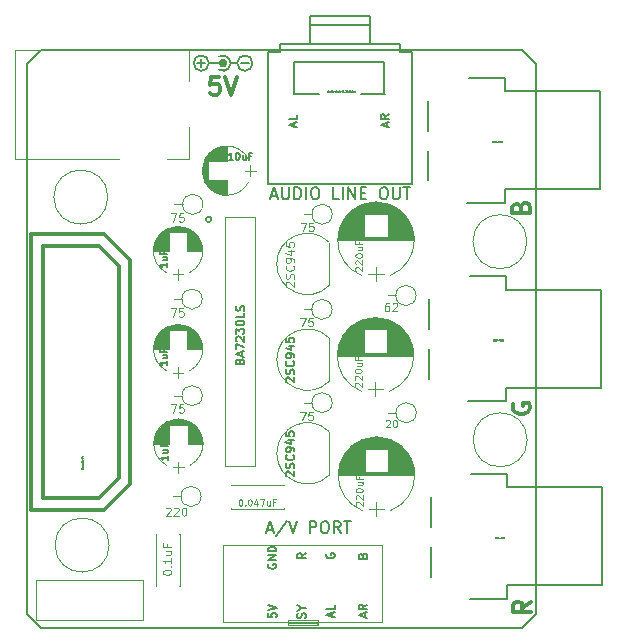
<source format=gto>
G04 #@! TF.FileFunction,Legend,Top*
%FSLAX46Y46*%
G04 Gerber Fmt 4.6, Leading zero omitted, Abs format (unit mm)*
G04 Created by KiCad (PCBNEW 4.0.7) date 03/11/20 10:05:13*
%MOMM*%
%LPD*%
G01*
G04 APERTURE LIST*
%ADD10C,0.100000*%
%ADD11C,0.300000*%
%ADD12C,0.150000*%
%ADD13C,0.175000*%
%ADD14C,0.120000*%
%ADD15C,0.127000*%
%ADD16C,0.031750*%
%ADD17C,0.125000*%
G04 APERTURE END LIST*
D10*
D11*
X147293287Y-50616571D02*
X146579001Y-50616571D01*
X146507572Y-51330857D01*
X146579001Y-51259429D01*
X146721858Y-51188000D01*
X147079001Y-51188000D01*
X147221858Y-51259429D01*
X147293287Y-51330857D01*
X147364715Y-51473714D01*
X147364715Y-51830857D01*
X147293287Y-51973714D01*
X147221858Y-52045143D01*
X147079001Y-52116571D01*
X146721858Y-52116571D01*
X146579001Y-52045143D01*
X146507572Y-51973714D01*
X147793286Y-50616571D02*
X148293286Y-52116571D01*
X148793286Y-50616571D01*
D12*
X151692667Y-60684667D02*
X152168858Y-60684667D01*
X151597429Y-60970381D02*
X151930762Y-59970381D01*
X152264096Y-60970381D01*
X152597429Y-59970381D02*
X152597429Y-60779905D01*
X152645048Y-60875143D01*
X152692667Y-60922762D01*
X152787905Y-60970381D01*
X152978382Y-60970381D01*
X153073620Y-60922762D01*
X153121239Y-60875143D01*
X153168858Y-60779905D01*
X153168858Y-59970381D01*
X153645048Y-60970381D02*
X153645048Y-59970381D01*
X153883143Y-59970381D01*
X154026001Y-60018000D01*
X154121239Y-60113238D01*
X154168858Y-60208476D01*
X154216477Y-60398952D01*
X154216477Y-60541810D01*
X154168858Y-60732286D01*
X154121239Y-60827524D01*
X154026001Y-60922762D01*
X153883143Y-60970381D01*
X153645048Y-60970381D01*
X154645048Y-60970381D02*
X154645048Y-59970381D01*
X155311714Y-59970381D02*
X155502191Y-59970381D01*
X155597429Y-60018000D01*
X155692667Y-60113238D01*
X155740286Y-60303714D01*
X155740286Y-60637048D01*
X155692667Y-60827524D01*
X155597429Y-60922762D01*
X155502191Y-60970381D01*
X155311714Y-60970381D01*
X155216476Y-60922762D01*
X155121238Y-60827524D01*
X155073619Y-60637048D01*
X155073619Y-60303714D01*
X155121238Y-60113238D01*
X155216476Y-60018000D01*
X155311714Y-59970381D01*
X157406953Y-60970381D02*
X156930762Y-60970381D01*
X156930762Y-59970381D01*
X157740286Y-60970381D02*
X157740286Y-59970381D01*
X158216476Y-60970381D02*
X158216476Y-59970381D01*
X158787905Y-60970381D01*
X158787905Y-59970381D01*
X159264095Y-60446571D02*
X159597429Y-60446571D01*
X159740286Y-60970381D02*
X159264095Y-60970381D01*
X159264095Y-59970381D01*
X159740286Y-59970381D01*
X161121238Y-59970381D02*
X161311715Y-59970381D01*
X161406953Y-60018000D01*
X161502191Y-60113238D01*
X161549810Y-60303714D01*
X161549810Y-60637048D01*
X161502191Y-60827524D01*
X161406953Y-60922762D01*
X161311715Y-60970381D01*
X161121238Y-60970381D01*
X161026000Y-60922762D01*
X160930762Y-60827524D01*
X160883143Y-60637048D01*
X160883143Y-60303714D01*
X160930762Y-60113238D01*
X161026000Y-60018000D01*
X161121238Y-59970381D01*
X161978381Y-59970381D02*
X161978381Y-60779905D01*
X162026000Y-60875143D01*
X162073619Y-60922762D01*
X162168857Y-60970381D01*
X162359334Y-60970381D01*
X162454572Y-60922762D01*
X162502191Y-60875143D01*
X162549810Y-60779905D01*
X162549810Y-59970381D01*
X162883143Y-59970381D02*
X163454572Y-59970381D01*
X163168857Y-60970381D02*
X163168857Y-59970381D01*
X151366809Y-88959667D02*
X151843000Y-88959667D01*
X151271571Y-89245381D02*
X151604904Y-88245381D01*
X151938238Y-89245381D01*
X152985857Y-88197762D02*
X152128714Y-89483476D01*
X153176333Y-88245381D02*
X153509666Y-89245381D01*
X153843000Y-88245381D01*
X154938238Y-89245381D02*
X154938238Y-88245381D01*
X155319191Y-88245381D01*
X155414429Y-88293000D01*
X155462048Y-88340619D01*
X155509667Y-88435857D01*
X155509667Y-88578714D01*
X155462048Y-88673952D01*
X155414429Y-88721571D01*
X155319191Y-88769190D01*
X154938238Y-88769190D01*
X156128714Y-88245381D02*
X156319191Y-88245381D01*
X156414429Y-88293000D01*
X156509667Y-88388238D01*
X156557286Y-88578714D01*
X156557286Y-88912048D01*
X156509667Y-89102524D01*
X156414429Y-89197762D01*
X156319191Y-89245381D01*
X156128714Y-89245381D01*
X156033476Y-89197762D01*
X155938238Y-89102524D01*
X155890619Y-88912048D01*
X155890619Y-88578714D01*
X155938238Y-88388238D01*
X156033476Y-88293000D01*
X156128714Y-88245381D01*
X157557286Y-89245381D02*
X157223952Y-88769190D01*
X156985857Y-89245381D02*
X156985857Y-88245381D01*
X157366810Y-88245381D01*
X157462048Y-88293000D01*
X157509667Y-88340619D01*
X157557286Y-88435857D01*
X157557286Y-88578714D01*
X157509667Y-88673952D01*
X157462048Y-88721571D01*
X157366810Y-88769190D01*
X156985857Y-88769190D01*
X157843000Y-88245381D02*
X158414429Y-88245381D01*
X158128714Y-89245381D02*
X158128714Y-88245381D01*
X131026000Y-96098000D02*
X131026000Y-49570000D01*
X174088000Y-96056000D02*
X174088000Y-49528000D01*
X174089000Y-49537000D02*
X172910000Y-48358000D01*
X172895000Y-97257000D02*
X174069000Y-96083000D01*
X131048000Y-49542000D02*
X132222000Y-48368000D01*
X132196000Y-97261000D02*
X131017000Y-96082000D01*
X132188000Y-97260000D02*
X172878000Y-97260000D01*
X132213000Y-48369000D02*
X172903000Y-48369000D01*
D11*
X172827857Y-61677857D02*
X172899286Y-61463571D01*
X172970714Y-61392143D01*
X173113571Y-61320714D01*
X173327857Y-61320714D01*
X173470714Y-61392143D01*
X173542143Y-61463571D01*
X173613571Y-61606429D01*
X173613571Y-62177857D01*
X172113571Y-62177857D01*
X172113571Y-61677857D01*
X172185000Y-61535000D01*
X172256429Y-61463571D01*
X172399286Y-61392143D01*
X172542143Y-61392143D01*
X172685000Y-61463571D01*
X172756429Y-61535000D01*
X172827857Y-61677857D01*
X172827857Y-62177857D01*
D13*
X159584667Y-96336667D02*
X159584667Y-96003333D01*
X159784667Y-96403333D02*
X159084667Y-96170000D01*
X159784667Y-95936667D01*
X159784667Y-95303333D02*
X159451333Y-95536667D01*
X159784667Y-95703333D02*
X159084667Y-95703333D01*
X159084667Y-95436667D01*
X159118000Y-95370000D01*
X159151333Y-95336667D01*
X159218000Y-95303333D01*
X159318000Y-95303333D01*
X159384667Y-95336667D01*
X159418000Y-95370000D01*
X159451333Y-95436667D01*
X159451333Y-95703333D01*
X153655667Y-54824000D02*
X153655667Y-54490666D01*
X153855667Y-54890666D02*
X153155667Y-54657333D01*
X153855667Y-54424000D01*
X153855667Y-53857333D02*
X153855667Y-54190666D01*
X153155667Y-54190666D01*
X161450667Y-54828667D02*
X161450667Y-54495333D01*
X161650667Y-54895333D02*
X160950667Y-54662000D01*
X161650667Y-54428667D01*
X161650667Y-53795333D02*
X161317333Y-54028667D01*
X161650667Y-54195333D02*
X160950667Y-54195333D01*
X160950667Y-53928667D01*
X160984000Y-53862000D01*
X161017333Y-53828667D01*
X161084000Y-53795333D01*
X161184000Y-53795333D01*
X161250667Y-53828667D01*
X161284000Y-53862000D01*
X161317333Y-53928667D01*
X161317333Y-54195333D01*
X156848667Y-96308000D02*
X156848667Y-95974666D01*
X157048667Y-96374666D02*
X156348667Y-96141333D01*
X157048667Y-95908000D01*
X157048667Y-95341333D02*
X157048667Y-95674666D01*
X156348667Y-95674666D01*
X154564333Y-96442000D02*
X154597667Y-96342000D01*
X154597667Y-96175333D01*
X154564333Y-96108666D01*
X154531000Y-96075333D01*
X154464333Y-96042000D01*
X154397667Y-96042000D01*
X154331000Y-96075333D01*
X154297667Y-96108666D01*
X154264333Y-96175333D01*
X154231000Y-96308666D01*
X154197667Y-96375333D01*
X154164333Y-96408666D01*
X154097667Y-96442000D01*
X154031000Y-96442000D01*
X153964333Y-96408666D01*
X153931000Y-96375333D01*
X153897667Y-96308666D01*
X153897667Y-96142000D01*
X153931000Y-96042000D01*
X154264333Y-95608666D02*
X154597667Y-95608666D01*
X153897667Y-95841999D02*
X154264333Y-95608666D01*
X153897667Y-95375333D01*
X159426000Y-91186000D02*
X159459333Y-91086000D01*
X159492667Y-91052667D01*
X159559333Y-91019333D01*
X159659333Y-91019333D01*
X159726000Y-91052667D01*
X159759333Y-91086000D01*
X159792667Y-91152667D01*
X159792667Y-91419333D01*
X159092667Y-91419333D01*
X159092667Y-91186000D01*
X159126000Y-91119333D01*
X159159333Y-91086000D01*
X159226000Y-91052667D01*
X159292667Y-91052667D01*
X159359333Y-91086000D01*
X159392667Y-91119333D01*
X159426000Y-91186000D01*
X159426000Y-91419333D01*
X156382000Y-90991667D02*
X156348667Y-91058333D01*
X156348667Y-91158333D01*
X156382000Y-91258333D01*
X156448667Y-91325000D01*
X156515333Y-91358333D01*
X156648667Y-91391667D01*
X156748667Y-91391667D01*
X156882000Y-91358333D01*
X156948667Y-91325000D01*
X157015333Y-91258333D01*
X157048667Y-91158333D01*
X157048667Y-91091667D01*
X157015333Y-90991667D01*
X156982000Y-90958333D01*
X156748667Y-90958333D01*
X156748667Y-91091667D01*
X154602667Y-90950333D02*
X154269333Y-91183667D01*
X154602667Y-91350333D02*
X153902667Y-91350333D01*
X153902667Y-91083667D01*
X153936000Y-91017000D01*
X153969333Y-90983667D01*
X154036000Y-90950333D01*
X154136000Y-90950333D01*
X154202667Y-90983667D01*
X154236000Y-91017000D01*
X154269333Y-91083667D01*
X154269333Y-91350333D01*
X151452000Y-91865333D02*
X151418667Y-91931999D01*
X151418667Y-92031999D01*
X151452000Y-92131999D01*
X151518667Y-92198666D01*
X151585333Y-92231999D01*
X151718667Y-92265333D01*
X151818667Y-92265333D01*
X151952000Y-92231999D01*
X152018667Y-92198666D01*
X152085333Y-92131999D01*
X152118667Y-92031999D01*
X152118667Y-91965333D01*
X152085333Y-91865333D01*
X152052000Y-91831999D01*
X151818667Y-91831999D01*
X151818667Y-91965333D01*
X152118667Y-91531999D02*
X151418667Y-91531999D01*
X152118667Y-91131999D01*
X151418667Y-91131999D01*
X152118667Y-90798666D02*
X151418667Y-90798666D01*
X151418667Y-90632000D01*
X151452000Y-90532000D01*
X151518667Y-90465333D01*
X151585333Y-90432000D01*
X151718667Y-90398666D01*
X151818667Y-90398666D01*
X151952000Y-90432000D01*
X152018667Y-90465333D01*
X152085333Y-90532000D01*
X152118667Y-90632000D01*
X152118667Y-90798666D01*
X151434667Y-96022333D02*
X151434667Y-96355666D01*
X151768000Y-96389000D01*
X151734667Y-96355666D01*
X151701333Y-96289000D01*
X151701333Y-96122333D01*
X151734667Y-96055666D01*
X151768000Y-96022333D01*
X151834667Y-95989000D01*
X152001333Y-95989000D01*
X152068000Y-96022333D01*
X152101333Y-96055666D01*
X152134667Y-96122333D01*
X152134667Y-96289000D01*
X152101333Y-96355666D01*
X152068000Y-96389000D01*
X151434667Y-95788999D02*
X152134667Y-95555666D01*
X151434667Y-95322333D01*
D11*
X172194000Y-78291143D02*
X172122571Y-78434000D01*
X172122571Y-78648286D01*
X172194000Y-78862571D01*
X172336857Y-79005429D01*
X172479714Y-79076857D01*
X172765429Y-79148286D01*
X172979714Y-79148286D01*
X173265429Y-79076857D01*
X173408286Y-79005429D01*
X173551143Y-78862571D01*
X173622571Y-78648286D01*
X173622571Y-78505429D01*
X173551143Y-78291143D01*
X173479714Y-78219714D01*
X172979714Y-78219714D01*
X172979714Y-78505429D01*
X173662571Y-95059714D02*
X172948286Y-95559714D01*
X173662571Y-95916857D02*
X172162571Y-95916857D01*
X172162571Y-95345429D01*
X172234000Y-95202571D01*
X172305429Y-95131143D01*
X172448286Y-95059714D01*
X172662571Y-95059714D01*
X172805429Y-95131143D01*
X172876857Y-95202571D01*
X172948286Y-95345429D01*
X172948286Y-95916857D01*
D14*
X156610000Y-76359000D02*
X156610000Y-72759000D01*
X156598478Y-76397478D02*
G75*
G02X152160000Y-74559000I-1838478J1838478D01*
G01*
X156598478Y-72720522D02*
G75*
G03X152160000Y-74559000I-1838478J-1838478D01*
G01*
X141903000Y-93700000D02*
X141903000Y-89280000D01*
X143923000Y-93700000D02*
X143923000Y-89280000D01*
X141903000Y-93700000D02*
X141917000Y-93700000D01*
X143909000Y-93700000D02*
X143923000Y-93700000D01*
X141903000Y-89280000D02*
X141917000Y-89280000D01*
X143909000Y-89280000D02*
X143923000Y-89280000D01*
D12*
X163594000Y-48485000D02*
X163594000Y-59705000D01*
X153624000Y-49355000D02*
X153624000Y-52085000D01*
X161254000Y-49345000D02*
X161254000Y-52075000D01*
X151384000Y-59685000D02*
X151384000Y-48525000D01*
X162564000Y-47865000D02*
X162564000Y-48495000D01*
X154934000Y-45465000D02*
X154934000Y-47845000D01*
X160024000Y-45465000D02*
X160024000Y-47845000D01*
X152404000Y-47885000D02*
X152404000Y-48525000D01*
X155696000Y-52071000D02*
X153664000Y-52071000D01*
X153624000Y-49355000D02*
X161244000Y-49355000D01*
X161284000Y-52071000D02*
X159252000Y-52071000D01*
X152404000Y-48529000D02*
X151388000Y-48529000D01*
X163580000Y-48489000D02*
X162564000Y-48489000D01*
X154934000Y-46229000D02*
X160014000Y-46229000D01*
X152404000Y-47861000D02*
X162564000Y-47861000D01*
X154934000Y-45467000D02*
X160014000Y-45467000D01*
X163570000Y-59691000D02*
X151378000Y-59691000D01*
D14*
X137960000Y-90259000D02*
G75*
G03X137960000Y-90259000I-2286000J0D01*
G01*
X148321000Y-85147000D02*
X152741000Y-85147000D01*
X148321000Y-87167000D02*
X152741000Y-87167000D01*
X148321000Y-85147000D02*
X148321000Y-85161000D01*
X148321000Y-87153000D02*
X148321000Y-87167000D01*
X152741000Y-85147000D02*
X152741000Y-85161000D01*
X152741000Y-87153000D02*
X152741000Y-87167000D01*
X159373864Y-61416180D02*
G75*
G03X159373000Y-67451482I1179136J-3017820D01*
G01*
X161732136Y-61416180D02*
G75*
G02X161733000Y-67451482I-1179136J-3017820D01*
G01*
X161732136Y-61416180D02*
G75*
G03X159373000Y-61416518I-1179136J-3017820D01*
G01*
X157353000Y-64434000D02*
X163753000Y-64434000D01*
X157353000Y-64394000D02*
X163753000Y-64394000D01*
X157353000Y-64354000D02*
X163753000Y-64354000D01*
X157355000Y-64314000D02*
X163751000Y-64314000D01*
X157356000Y-64274000D02*
X163750000Y-64274000D01*
X157359000Y-64234000D02*
X163747000Y-64234000D01*
X157361000Y-64194000D02*
X163745000Y-64194000D01*
X157365000Y-64154000D02*
X159573000Y-64154000D01*
X161533000Y-64154000D02*
X163741000Y-64154000D01*
X157368000Y-64114000D02*
X159573000Y-64114000D01*
X161533000Y-64114000D02*
X163738000Y-64114000D01*
X157373000Y-64074000D02*
X159573000Y-64074000D01*
X161533000Y-64074000D02*
X163733000Y-64074000D01*
X157377000Y-64034000D02*
X159573000Y-64034000D01*
X161533000Y-64034000D02*
X163729000Y-64034000D01*
X157383000Y-63994000D02*
X159573000Y-63994000D01*
X161533000Y-63994000D02*
X163723000Y-63994000D01*
X157388000Y-63954000D02*
X159573000Y-63954000D01*
X161533000Y-63954000D02*
X163718000Y-63954000D01*
X157395000Y-63914000D02*
X159573000Y-63914000D01*
X161533000Y-63914000D02*
X163711000Y-63914000D01*
X157401000Y-63874000D02*
X159573000Y-63874000D01*
X161533000Y-63874000D02*
X163705000Y-63874000D01*
X157409000Y-63834000D02*
X159573000Y-63834000D01*
X161533000Y-63834000D02*
X163697000Y-63834000D01*
X157416000Y-63794000D02*
X159573000Y-63794000D01*
X161533000Y-63794000D02*
X163690000Y-63794000D01*
X157425000Y-63754000D02*
X159573000Y-63754000D01*
X161533000Y-63754000D02*
X163681000Y-63754000D01*
X157434000Y-63713000D02*
X159573000Y-63713000D01*
X161533000Y-63713000D02*
X163672000Y-63713000D01*
X157443000Y-63673000D02*
X159573000Y-63673000D01*
X161533000Y-63673000D02*
X163663000Y-63673000D01*
X157453000Y-63633000D02*
X159573000Y-63633000D01*
X161533000Y-63633000D02*
X163653000Y-63633000D01*
X157463000Y-63593000D02*
X159573000Y-63593000D01*
X161533000Y-63593000D02*
X163643000Y-63593000D01*
X157474000Y-63553000D02*
X159573000Y-63553000D01*
X161533000Y-63553000D02*
X163632000Y-63553000D01*
X157486000Y-63513000D02*
X159573000Y-63513000D01*
X161533000Y-63513000D02*
X163620000Y-63513000D01*
X157498000Y-63473000D02*
X159573000Y-63473000D01*
X161533000Y-63473000D02*
X163608000Y-63473000D01*
X157511000Y-63433000D02*
X159573000Y-63433000D01*
X161533000Y-63433000D02*
X163595000Y-63433000D01*
X157524000Y-63393000D02*
X159573000Y-63393000D01*
X161533000Y-63393000D02*
X163582000Y-63393000D01*
X157538000Y-63353000D02*
X159573000Y-63353000D01*
X161533000Y-63353000D02*
X163568000Y-63353000D01*
X157552000Y-63313000D02*
X159573000Y-63313000D01*
X161533000Y-63313000D02*
X163554000Y-63313000D01*
X157567000Y-63273000D02*
X159573000Y-63273000D01*
X161533000Y-63273000D02*
X163539000Y-63273000D01*
X157583000Y-63233000D02*
X159573000Y-63233000D01*
X161533000Y-63233000D02*
X163523000Y-63233000D01*
X157599000Y-63193000D02*
X159573000Y-63193000D01*
X161533000Y-63193000D02*
X163507000Y-63193000D01*
X157616000Y-63153000D02*
X159573000Y-63153000D01*
X161533000Y-63153000D02*
X163490000Y-63153000D01*
X157634000Y-63113000D02*
X159573000Y-63113000D01*
X161533000Y-63113000D02*
X163472000Y-63113000D01*
X157652000Y-63073000D02*
X159573000Y-63073000D01*
X161533000Y-63073000D02*
X163454000Y-63073000D01*
X157671000Y-63033000D02*
X159573000Y-63033000D01*
X161533000Y-63033000D02*
X163435000Y-63033000D01*
X157690000Y-62993000D02*
X159573000Y-62993000D01*
X161533000Y-62993000D02*
X163416000Y-62993000D01*
X157710000Y-62953000D02*
X159573000Y-62953000D01*
X161533000Y-62953000D02*
X163396000Y-62953000D01*
X157731000Y-62913000D02*
X159573000Y-62913000D01*
X161533000Y-62913000D02*
X163375000Y-62913000D01*
X157753000Y-62873000D02*
X159573000Y-62873000D01*
X161533000Y-62873000D02*
X163353000Y-62873000D01*
X157775000Y-62833000D02*
X159573000Y-62833000D01*
X161533000Y-62833000D02*
X163331000Y-62833000D01*
X157798000Y-62793000D02*
X159573000Y-62793000D01*
X161533000Y-62793000D02*
X163308000Y-62793000D01*
X157822000Y-62753000D02*
X159573000Y-62753000D01*
X161533000Y-62753000D02*
X163284000Y-62753000D01*
X157847000Y-62713000D02*
X159573000Y-62713000D01*
X161533000Y-62713000D02*
X163259000Y-62713000D01*
X157872000Y-62673000D02*
X159573000Y-62673000D01*
X161533000Y-62673000D02*
X163234000Y-62673000D01*
X157899000Y-62633000D02*
X159573000Y-62633000D01*
X161533000Y-62633000D02*
X163207000Y-62633000D01*
X157926000Y-62593000D02*
X159573000Y-62593000D01*
X161533000Y-62593000D02*
X163180000Y-62593000D01*
X157954000Y-62553000D02*
X159573000Y-62553000D01*
X161533000Y-62553000D02*
X163152000Y-62553000D01*
X157983000Y-62513000D02*
X159573000Y-62513000D01*
X161533000Y-62513000D02*
X163123000Y-62513000D01*
X158013000Y-62473000D02*
X159573000Y-62473000D01*
X161533000Y-62473000D02*
X163093000Y-62473000D01*
X158043000Y-62433000D02*
X159573000Y-62433000D01*
X161533000Y-62433000D02*
X163063000Y-62433000D01*
X158075000Y-62393000D02*
X159573000Y-62393000D01*
X161533000Y-62393000D02*
X163031000Y-62393000D01*
X158108000Y-62353000D02*
X159573000Y-62353000D01*
X161533000Y-62353000D02*
X162998000Y-62353000D01*
X158142000Y-62313000D02*
X159573000Y-62313000D01*
X161533000Y-62313000D02*
X162964000Y-62313000D01*
X158178000Y-62273000D02*
X159573000Y-62273000D01*
X161533000Y-62273000D02*
X162928000Y-62273000D01*
X158214000Y-62233000D02*
X159573000Y-62233000D01*
X161533000Y-62233000D02*
X162892000Y-62233000D01*
X158252000Y-62193000D02*
X162854000Y-62193000D01*
X158291000Y-62153000D02*
X162815000Y-62153000D01*
X158331000Y-62113000D02*
X162775000Y-62113000D01*
X158373000Y-62073000D02*
X162733000Y-62073000D01*
X158416000Y-62033000D02*
X162690000Y-62033000D01*
X158461000Y-61993000D02*
X162645000Y-61993000D01*
X158508000Y-61953000D02*
X162598000Y-61953000D01*
X158556000Y-61913000D02*
X162550000Y-61913000D01*
X158607000Y-61873000D02*
X162499000Y-61873000D01*
X158659000Y-61833000D02*
X162447000Y-61833000D01*
X158714000Y-61793000D02*
X162392000Y-61793000D01*
X158772000Y-61753000D02*
X162334000Y-61753000D01*
X158832000Y-61713000D02*
X162274000Y-61713000D01*
X158895000Y-61673000D02*
X162211000Y-61673000D01*
X158962000Y-61633000D02*
X162144000Y-61633000D01*
X159033000Y-61593000D02*
X162073000Y-61593000D01*
X159108000Y-61553000D02*
X161998000Y-61553000D01*
X159189000Y-61513000D02*
X161917000Y-61513000D01*
X159275000Y-61473000D02*
X161831000Y-61473000D01*
X159369000Y-61433000D02*
X161737000Y-61433000D01*
X159472000Y-61393000D02*
X161634000Y-61393000D01*
X159587000Y-61353000D02*
X161519000Y-61353000D01*
X159719000Y-61313000D02*
X161387000Y-61313000D01*
X159877000Y-61273000D02*
X161229000Y-61273000D01*
X160085000Y-61233000D02*
X161021000Y-61233000D01*
X160553000Y-67884000D02*
X160553000Y-66684000D01*
X159903000Y-67284000D02*
X161203000Y-67284000D01*
X159419864Y-81312180D02*
G75*
G03X159419000Y-87347482I1179136J-3017820D01*
G01*
X161778136Y-81312180D02*
G75*
G02X161779000Y-87347482I-1179136J-3017820D01*
G01*
X161778136Y-81312180D02*
G75*
G03X159419000Y-81312518I-1179136J-3017820D01*
G01*
X157399000Y-84330000D02*
X163799000Y-84330000D01*
X157399000Y-84290000D02*
X163799000Y-84290000D01*
X157399000Y-84250000D02*
X163799000Y-84250000D01*
X157401000Y-84210000D02*
X163797000Y-84210000D01*
X157402000Y-84170000D02*
X163796000Y-84170000D01*
X157405000Y-84130000D02*
X163793000Y-84130000D01*
X157407000Y-84090000D02*
X163791000Y-84090000D01*
X157411000Y-84050000D02*
X159619000Y-84050000D01*
X161579000Y-84050000D02*
X163787000Y-84050000D01*
X157414000Y-84010000D02*
X159619000Y-84010000D01*
X161579000Y-84010000D02*
X163784000Y-84010000D01*
X157419000Y-83970000D02*
X159619000Y-83970000D01*
X161579000Y-83970000D02*
X163779000Y-83970000D01*
X157423000Y-83930000D02*
X159619000Y-83930000D01*
X161579000Y-83930000D02*
X163775000Y-83930000D01*
X157429000Y-83890000D02*
X159619000Y-83890000D01*
X161579000Y-83890000D02*
X163769000Y-83890000D01*
X157434000Y-83850000D02*
X159619000Y-83850000D01*
X161579000Y-83850000D02*
X163764000Y-83850000D01*
X157441000Y-83810000D02*
X159619000Y-83810000D01*
X161579000Y-83810000D02*
X163757000Y-83810000D01*
X157447000Y-83770000D02*
X159619000Y-83770000D01*
X161579000Y-83770000D02*
X163751000Y-83770000D01*
X157455000Y-83730000D02*
X159619000Y-83730000D01*
X161579000Y-83730000D02*
X163743000Y-83730000D01*
X157462000Y-83690000D02*
X159619000Y-83690000D01*
X161579000Y-83690000D02*
X163736000Y-83690000D01*
X157471000Y-83650000D02*
X159619000Y-83650000D01*
X161579000Y-83650000D02*
X163727000Y-83650000D01*
X157480000Y-83609000D02*
X159619000Y-83609000D01*
X161579000Y-83609000D02*
X163718000Y-83609000D01*
X157489000Y-83569000D02*
X159619000Y-83569000D01*
X161579000Y-83569000D02*
X163709000Y-83569000D01*
X157499000Y-83529000D02*
X159619000Y-83529000D01*
X161579000Y-83529000D02*
X163699000Y-83529000D01*
X157509000Y-83489000D02*
X159619000Y-83489000D01*
X161579000Y-83489000D02*
X163689000Y-83489000D01*
X157520000Y-83449000D02*
X159619000Y-83449000D01*
X161579000Y-83449000D02*
X163678000Y-83449000D01*
X157532000Y-83409000D02*
X159619000Y-83409000D01*
X161579000Y-83409000D02*
X163666000Y-83409000D01*
X157544000Y-83369000D02*
X159619000Y-83369000D01*
X161579000Y-83369000D02*
X163654000Y-83369000D01*
X157557000Y-83329000D02*
X159619000Y-83329000D01*
X161579000Y-83329000D02*
X163641000Y-83329000D01*
X157570000Y-83289000D02*
X159619000Y-83289000D01*
X161579000Y-83289000D02*
X163628000Y-83289000D01*
X157584000Y-83249000D02*
X159619000Y-83249000D01*
X161579000Y-83249000D02*
X163614000Y-83249000D01*
X157598000Y-83209000D02*
X159619000Y-83209000D01*
X161579000Y-83209000D02*
X163600000Y-83209000D01*
X157613000Y-83169000D02*
X159619000Y-83169000D01*
X161579000Y-83169000D02*
X163585000Y-83169000D01*
X157629000Y-83129000D02*
X159619000Y-83129000D01*
X161579000Y-83129000D02*
X163569000Y-83129000D01*
X157645000Y-83089000D02*
X159619000Y-83089000D01*
X161579000Y-83089000D02*
X163553000Y-83089000D01*
X157662000Y-83049000D02*
X159619000Y-83049000D01*
X161579000Y-83049000D02*
X163536000Y-83049000D01*
X157680000Y-83009000D02*
X159619000Y-83009000D01*
X161579000Y-83009000D02*
X163518000Y-83009000D01*
X157698000Y-82969000D02*
X159619000Y-82969000D01*
X161579000Y-82969000D02*
X163500000Y-82969000D01*
X157717000Y-82929000D02*
X159619000Y-82929000D01*
X161579000Y-82929000D02*
X163481000Y-82929000D01*
X157736000Y-82889000D02*
X159619000Y-82889000D01*
X161579000Y-82889000D02*
X163462000Y-82889000D01*
X157756000Y-82849000D02*
X159619000Y-82849000D01*
X161579000Y-82849000D02*
X163442000Y-82849000D01*
X157777000Y-82809000D02*
X159619000Y-82809000D01*
X161579000Y-82809000D02*
X163421000Y-82809000D01*
X157799000Y-82769000D02*
X159619000Y-82769000D01*
X161579000Y-82769000D02*
X163399000Y-82769000D01*
X157821000Y-82729000D02*
X159619000Y-82729000D01*
X161579000Y-82729000D02*
X163377000Y-82729000D01*
X157844000Y-82689000D02*
X159619000Y-82689000D01*
X161579000Y-82689000D02*
X163354000Y-82689000D01*
X157868000Y-82649000D02*
X159619000Y-82649000D01*
X161579000Y-82649000D02*
X163330000Y-82649000D01*
X157893000Y-82609000D02*
X159619000Y-82609000D01*
X161579000Y-82609000D02*
X163305000Y-82609000D01*
X157918000Y-82569000D02*
X159619000Y-82569000D01*
X161579000Y-82569000D02*
X163280000Y-82569000D01*
X157945000Y-82529000D02*
X159619000Y-82529000D01*
X161579000Y-82529000D02*
X163253000Y-82529000D01*
X157972000Y-82489000D02*
X159619000Y-82489000D01*
X161579000Y-82489000D02*
X163226000Y-82489000D01*
X158000000Y-82449000D02*
X159619000Y-82449000D01*
X161579000Y-82449000D02*
X163198000Y-82449000D01*
X158029000Y-82409000D02*
X159619000Y-82409000D01*
X161579000Y-82409000D02*
X163169000Y-82409000D01*
X158059000Y-82369000D02*
X159619000Y-82369000D01*
X161579000Y-82369000D02*
X163139000Y-82369000D01*
X158089000Y-82329000D02*
X159619000Y-82329000D01*
X161579000Y-82329000D02*
X163109000Y-82329000D01*
X158121000Y-82289000D02*
X159619000Y-82289000D01*
X161579000Y-82289000D02*
X163077000Y-82289000D01*
X158154000Y-82249000D02*
X159619000Y-82249000D01*
X161579000Y-82249000D02*
X163044000Y-82249000D01*
X158188000Y-82209000D02*
X159619000Y-82209000D01*
X161579000Y-82209000D02*
X163010000Y-82209000D01*
X158224000Y-82169000D02*
X159619000Y-82169000D01*
X161579000Y-82169000D02*
X162974000Y-82169000D01*
X158260000Y-82129000D02*
X159619000Y-82129000D01*
X161579000Y-82129000D02*
X162938000Y-82129000D01*
X158298000Y-82089000D02*
X162900000Y-82089000D01*
X158337000Y-82049000D02*
X162861000Y-82049000D01*
X158377000Y-82009000D02*
X162821000Y-82009000D01*
X158419000Y-81969000D02*
X162779000Y-81969000D01*
X158462000Y-81929000D02*
X162736000Y-81929000D01*
X158507000Y-81889000D02*
X162691000Y-81889000D01*
X158554000Y-81849000D02*
X162644000Y-81849000D01*
X158602000Y-81809000D02*
X162596000Y-81809000D01*
X158653000Y-81769000D02*
X162545000Y-81769000D01*
X158705000Y-81729000D02*
X162493000Y-81729000D01*
X158760000Y-81689000D02*
X162438000Y-81689000D01*
X158818000Y-81649000D02*
X162380000Y-81649000D01*
X158878000Y-81609000D02*
X162320000Y-81609000D01*
X158941000Y-81569000D02*
X162257000Y-81569000D01*
X159008000Y-81529000D02*
X162190000Y-81529000D01*
X159079000Y-81489000D02*
X162119000Y-81489000D01*
X159154000Y-81449000D02*
X162044000Y-81449000D01*
X159235000Y-81409000D02*
X161963000Y-81409000D01*
X159321000Y-81369000D02*
X161877000Y-81369000D01*
X159415000Y-81329000D02*
X161783000Y-81329000D01*
X159518000Y-81289000D02*
X161680000Y-81289000D01*
X159633000Y-81249000D02*
X161565000Y-81249000D01*
X159765000Y-81209000D02*
X161433000Y-81209000D01*
X159923000Y-81169000D02*
X161275000Y-81169000D01*
X160131000Y-81129000D02*
X161067000Y-81129000D01*
X160599000Y-87780000D02*
X160599000Y-86580000D01*
X159949000Y-87180000D02*
X161249000Y-87180000D01*
X159335864Y-71208180D02*
G75*
G03X159335000Y-77243482I1179136J-3017820D01*
G01*
X161694136Y-71208180D02*
G75*
G02X161695000Y-77243482I-1179136J-3017820D01*
G01*
X161694136Y-71208180D02*
G75*
G03X159335000Y-71208518I-1179136J-3017820D01*
G01*
X157315000Y-74226000D02*
X163715000Y-74226000D01*
X157315000Y-74186000D02*
X163715000Y-74186000D01*
X157315000Y-74146000D02*
X163715000Y-74146000D01*
X157317000Y-74106000D02*
X163713000Y-74106000D01*
X157318000Y-74066000D02*
X163712000Y-74066000D01*
X157321000Y-74026000D02*
X163709000Y-74026000D01*
X157323000Y-73986000D02*
X163707000Y-73986000D01*
X157327000Y-73946000D02*
X159535000Y-73946000D01*
X161495000Y-73946000D02*
X163703000Y-73946000D01*
X157330000Y-73906000D02*
X159535000Y-73906000D01*
X161495000Y-73906000D02*
X163700000Y-73906000D01*
X157335000Y-73866000D02*
X159535000Y-73866000D01*
X161495000Y-73866000D02*
X163695000Y-73866000D01*
X157339000Y-73826000D02*
X159535000Y-73826000D01*
X161495000Y-73826000D02*
X163691000Y-73826000D01*
X157345000Y-73786000D02*
X159535000Y-73786000D01*
X161495000Y-73786000D02*
X163685000Y-73786000D01*
X157350000Y-73746000D02*
X159535000Y-73746000D01*
X161495000Y-73746000D02*
X163680000Y-73746000D01*
X157357000Y-73706000D02*
X159535000Y-73706000D01*
X161495000Y-73706000D02*
X163673000Y-73706000D01*
X157363000Y-73666000D02*
X159535000Y-73666000D01*
X161495000Y-73666000D02*
X163667000Y-73666000D01*
X157371000Y-73626000D02*
X159535000Y-73626000D01*
X161495000Y-73626000D02*
X163659000Y-73626000D01*
X157378000Y-73586000D02*
X159535000Y-73586000D01*
X161495000Y-73586000D02*
X163652000Y-73586000D01*
X157387000Y-73546000D02*
X159535000Y-73546000D01*
X161495000Y-73546000D02*
X163643000Y-73546000D01*
X157396000Y-73505000D02*
X159535000Y-73505000D01*
X161495000Y-73505000D02*
X163634000Y-73505000D01*
X157405000Y-73465000D02*
X159535000Y-73465000D01*
X161495000Y-73465000D02*
X163625000Y-73465000D01*
X157415000Y-73425000D02*
X159535000Y-73425000D01*
X161495000Y-73425000D02*
X163615000Y-73425000D01*
X157425000Y-73385000D02*
X159535000Y-73385000D01*
X161495000Y-73385000D02*
X163605000Y-73385000D01*
X157436000Y-73345000D02*
X159535000Y-73345000D01*
X161495000Y-73345000D02*
X163594000Y-73345000D01*
X157448000Y-73305000D02*
X159535000Y-73305000D01*
X161495000Y-73305000D02*
X163582000Y-73305000D01*
X157460000Y-73265000D02*
X159535000Y-73265000D01*
X161495000Y-73265000D02*
X163570000Y-73265000D01*
X157473000Y-73225000D02*
X159535000Y-73225000D01*
X161495000Y-73225000D02*
X163557000Y-73225000D01*
X157486000Y-73185000D02*
X159535000Y-73185000D01*
X161495000Y-73185000D02*
X163544000Y-73185000D01*
X157500000Y-73145000D02*
X159535000Y-73145000D01*
X161495000Y-73145000D02*
X163530000Y-73145000D01*
X157514000Y-73105000D02*
X159535000Y-73105000D01*
X161495000Y-73105000D02*
X163516000Y-73105000D01*
X157529000Y-73065000D02*
X159535000Y-73065000D01*
X161495000Y-73065000D02*
X163501000Y-73065000D01*
X157545000Y-73025000D02*
X159535000Y-73025000D01*
X161495000Y-73025000D02*
X163485000Y-73025000D01*
X157561000Y-72985000D02*
X159535000Y-72985000D01*
X161495000Y-72985000D02*
X163469000Y-72985000D01*
X157578000Y-72945000D02*
X159535000Y-72945000D01*
X161495000Y-72945000D02*
X163452000Y-72945000D01*
X157596000Y-72905000D02*
X159535000Y-72905000D01*
X161495000Y-72905000D02*
X163434000Y-72905000D01*
X157614000Y-72865000D02*
X159535000Y-72865000D01*
X161495000Y-72865000D02*
X163416000Y-72865000D01*
X157633000Y-72825000D02*
X159535000Y-72825000D01*
X161495000Y-72825000D02*
X163397000Y-72825000D01*
X157652000Y-72785000D02*
X159535000Y-72785000D01*
X161495000Y-72785000D02*
X163378000Y-72785000D01*
X157672000Y-72745000D02*
X159535000Y-72745000D01*
X161495000Y-72745000D02*
X163358000Y-72745000D01*
X157693000Y-72705000D02*
X159535000Y-72705000D01*
X161495000Y-72705000D02*
X163337000Y-72705000D01*
X157715000Y-72665000D02*
X159535000Y-72665000D01*
X161495000Y-72665000D02*
X163315000Y-72665000D01*
X157737000Y-72625000D02*
X159535000Y-72625000D01*
X161495000Y-72625000D02*
X163293000Y-72625000D01*
X157760000Y-72585000D02*
X159535000Y-72585000D01*
X161495000Y-72585000D02*
X163270000Y-72585000D01*
X157784000Y-72545000D02*
X159535000Y-72545000D01*
X161495000Y-72545000D02*
X163246000Y-72545000D01*
X157809000Y-72505000D02*
X159535000Y-72505000D01*
X161495000Y-72505000D02*
X163221000Y-72505000D01*
X157834000Y-72465000D02*
X159535000Y-72465000D01*
X161495000Y-72465000D02*
X163196000Y-72465000D01*
X157861000Y-72425000D02*
X159535000Y-72425000D01*
X161495000Y-72425000D02*
X163169000Y-72425000D01*
X157888000Y-72385000D02*
X159535000Y-72385000D01*
X161495000Y-72385000D02*
X163142000Y-72385000D01*
X157916000Y-72345000D02*
X159535000Y-72345000D01*
X161495000Y-72345000D02*
X163114000Y-72345000D01*
X157945000Y-72305000D02*
X159535000Y-72305000D01*
X161495000Y-72305000D02*
X163085000Y-72305000D01*
X157975000Y-72265000D02*
X159535000Y-72265000D01*
X161495000Y-72265000D02*
X163055000Y-72265000D01*
X158005000Y-72225000D02*
X159535000Y-72225000D01*
X161495000Y-72225000D02*
X163025000Y-72225000D01*
X158037000Y-72185000D02*
X159535000Y-72185000D01*
X161495000Y-72185000D02*
X162993000Y-72185000D01*
X158070000Y-72145000D02*
X159535000Y-72145000D01*
X161495000Y-72145000D02*
X162960000Y-72145000D01*
X158104000Y-72105000D02*
X159535000Y-72105000D01*
X161495000Y-72105000D02*
X162926000Y-72105000D01*
X158140000Y-72065000D02*
X159535000Y-72065000D01*
X161495000Y-72065000D02*
X162890000Y-72065000D01*
X158176000Y-72025000D02*
X159535000Y-72025000D01*
X161495000Y-72025000D02*
X162854000Y-72025000D01*
X158214000Y-71985000D02*
X162816000Y-71985000D01*
X158253000Y-71945000D02*
X162777000Y-71945000D01*
X158293000Y-71905000D02*
X162737000Y-71905000D01*
X158335000Y-71865000D02*
X162695000Y-71865000D01*
X158378000Y-71825000D02*
X162652000Y-71825000D01*
X158423000Y-71785000D02*
X162607000Y-71785000D01*
X158470000Y-71745000D02*
X162560000Y-71745000D01*
X158518000Y-71705000D02*
X162512000Y-71705000D01*
X158569000Y-71665000D02*
X162461000Y-71665000D01*
X158621000Y-71625000D02*
X162409000Y-71625000D01*
X158676000Y-71585000D02*
X162354000Y-71585000D01*
X158734000Y-71545000D02*
X162296000Y-71545000D01*
X158794000Y-71505000D02*
X162236000Y-71505000D01*
X158857000Y-71465000D02*
X162173000Y-71465000D01*
X158924000Y-71425000D02*
X162106000Y-71425000D01*
X158995000Y-71385000D02*
X162035000Y-71385000D01*
X159070000Y-71345000D02*
X161960000Y-71345000D01*
X159151000Y-71305000D02*
X161879000Y-71305000D01*
X159237000Y-71265000D02*
X161793000Y-71265000D01*
X159331000Y-71225000D02*
X161699000Y-71225000D01*
X159434000Y-71185000D02*
X161596000Y-71185000D01*
X159549000Y-71145000D02*
X161481000Y-71145000D01*
X159681000Y-71105000D02*
X161349000Y-71105000D01*
X159839000Y-71065000D02*
X161191000Y-71065000D01*
X160047000Y-71025000D02*
X160983000Y-71025000D01*
X160515000Y-77676000D02*
X160515000Y-76476000D01*
X159865000Y-77076000D02*
X161165000Y-77076000D01*
X137851000Y-60797000D02*
G75*
G03X137851000Y-60797000I-2286000J0D01*
G01*
X145895000Y-61413000D02*
G75*
G03X145895000Y-61413000I-860000J0D01*
G01*
X144175000Y-61413000D02*
X143495000Y-61413000D01*
X145850000Y-77610000D02*
G75*
G03X145850000Y-77610000I-860000J0D01*
G01*
X144130000Y-77610000D02*
X143450000Y-77610000D01*
X145841000Y-69431000D02*
G75*
G03X145841000Y-69431000I-860000J0D01*
G01*
X144121000Y-69431000D02*
X143441000Y-69431000D01*
X163946000Y-69124000D02*
G75*
G03X163946000Y-69124000I-860000J0D01*
G01*
X162226000Y-69124000D02*
X161546000Y-69124000D01*
X156849000Y-78204000D02*
G75*
G03X156849000Y-78204000I-860000J0D01*
G01*
X155129000Y-78204000D02*
X154449000Y-78204000D01*
X156849000Y-62250000D02*
G75*
G03X156849000Y-62250000I-860000J0D01*
G01*
X155129000Y-62250000D02*
X154449000Y-62250000D01*
X156836000Y-70307000D02*
G75*
G03X156836000Y-70307000I-860000J0D01*
G01*
X155116000Y-70307000D02*
X154436000Y-70307000D01*
X163966000Y-79058000D02*
G75*
G03X163966000Y-79058000I-860000J0D01*
G01*
X162246000Y-79058000D02*
X161566000Y-79058000D01*
X173335000Y-64569000D02*
G75*
G03X173335000Y-64569000I-2286000J0D01*
G01*
X173355000Y-81344000D02*
G75*
G03X173355000Y-81344000I-2286000J0D01*
G01*
X153105000Y-96637000D02*
X155605000Y-96637000D01*
X155605000Y-96637000D02*
X155605000Y-96887000D01*
X155605000Y-96887000D02*
X153105000Y-96887000D01*
X153105000Y-96887000D02*
X153105000Y-96687000D01*
X153105000Y-96687000D02*
X153105000Y-96837000D01*
X153105000Y-96837000D02*
X155505000Y-96837000D01*
X155505000Y-96837000D02*
X155605000Y-96987000D01*
X155605000Y-96987000D02*
X153105000Y-96987000D01*
X153105000Y-96987000D02*
X153105000Y-96887000D01*
X153105000Y-96887000D02*
X155605000Y-96887000D01*
X155605000Y-96887000D02*
X155605000Y-96937000D01*
X161035000Y-96757000D02*
X147655000Y-96757000D01*
X147645000Y-90247000D02*
X161055000Y-90267000D01*
X161055000Y-96757000D02*
X161055000Y-90257000D01*
X147635000Y-90247000D02*
X147635000Y-96747000D01*
X142821830Y-63503564D02*
G75*
G03X142821000Y-67195996I979170J-1846436D01*
G01*
X144780170Y-63503564D02*
G75*
G02X144781000Y-67195996I-979170J-1846436D01*
G01*
X144780170Y-63503564D02*
G75*
G03X142821000Y-63504004I-979170J-1846436D01*
G01*
X144581000Y-65350000D02*
X145851000Y-65350000D01*
X141751000Y-65350000D02*
X143021000Y-65350000D01*
X141751000Y-65310000D02*
X143021000Y-65310000D01*
X144581000Y-65310000D02*
X145851000Y-65310000D01*
X141752000Y-65270000D02*
X143021000Y-65270000D01*
X144581000Y-65270000D02*
X145850000Y-65270000D01*
X141754000Y-65230000D02*
X143021000Y-65230000D01*
X144581000Y-65230000D02*
X145848000Y-65230000D01*
X141757000Y-65190000D02*
X143021000Y-65190000D01*
X144581000Y-65190000D02*
X145845000Y-65190000D01*
X141760000Y-65150000D02*
X143021000Y-65150000D01*
X144581000Y-65150000D02*
X145842000Y-65150000D01*
X141764000Y-65110000D02*
X143021000Y-65110000D01*
X144581000Y-65110000D02*
X145838000Y-65110000D01*
X141769000Y-65070000D02*
X143021000Y-65070000D01*
X144581000Y-65070000D02*
X145833000Y-65070000D01*
X141775000Y-65030000D02*
X143021000Y-65030000D01*
X144581000Y-65030000D02*
X145827000Y-65030000D01*
X141782000Y-64990000D02*
X143021000Y-64990000D01*
X144581000Y-64990000D02*
X145820000Y-64990000D01*
X141789000Y-64950000D02*
X143021000Y-64950000D01*
X144581000Y-64950000D02*
X145813000Y-64950000D01*
X141797000Y-64910000D02*
X143021000Y-64910000D01*
X144581000Y-64910000D02*
X145805000Y-64910000D01*
X141806000Y-64870000D02*
X143021000Y-64870000D01*
X144581000Y-64870000D02*
X145796000Y-64870000D01*
X141816000Y-64830000D02*
X143021000Y-64830000D01*
X144581000Y-64830000D02*
X145786000Y-64830000D01*
X141827000Y-64790000D02*
X143021000Y-64790000D01*
X144581000Y-64790000D02*
X145775000Y-64790000D01*
X141838000Y-64750000D02*
X143021000Y-64750000D01*
X144581000Y-64750000D02*
X145764000Y-64750000D01*
X141851000Y-64710000D02*
X143021000Y-64710000D01*
X144581000Y-64710000D02*
X145751000Y-64710000D01*
X141864000Y-64670000D02*
X143021000Y-64670000D01*
X144581000Y-64670000D02*
X145738000Y-64670000D01*
X141878000Y-64629000D02*
X143021000Y-64629000D01*
X144581000Y-64629000D02*
X145724000Y-64629000D01*
X141894000Y-64589000D02*
X143021000Y-64589000D01*
X144581000Y-64589000D02*
X145708000Y-64589000D01*
X141910000Y-64549000D02*
X143021000Y-64549000D01*
X144581000Y-64549000D02*
X145692000Y-64549000D01*
X141927000Y-64509000D02*
X143021000Y-64509000D01*
X144581000Y-64509000D02*
X145675000Y-64509000D01*
X141945000Y-64469000D02*
X143021000Y-64469000D01*
X144581000Y-64469000D02*
X145657000Y-64469000D01*
X141964000Y-64429000D02*
X143021000Y-64429000D01*
X144581000Y-64429000D02*
X145638000Y-64429000D01*
X141984000Y-64389000D02*
X143021000Y-64389000D01*
X144581000Y-64389000D02*
X145618000Y-64389000D01*
X142005000Y-64349000D02*
X143021000Y-64349000D01*
X144581000Y-64349000D02*
X145597000Y-64349000D01*
X142028000Y-64309000D02*
X143021000Y-64309000D01*
X144581000Y-64309000D02*
X145574000Y-64309000D01*
X142051000Y-64269000D02*
X143021000Y-64269000D01*
X144581000Y-64269000D02*
X145551000Y-64269000D01*
X142076000Y-64229000D02*
X143021000Y-64229000D01*
X144581000Y-64229000D02*
X145526000Y-64229000D01*
X142102000Y-64189000D02*
X143021000Y-64189000D01*
X144581000Y-64189000D02*
X145500000Y-64189000D01*
X142129000Y-64149000D02*
X143021000Y-64149000D01*
X144581000Y-64149000D02*
X145473000Y-64149000D01*
X142158000Y-64109000D02*
X143021000Y-64109000D01*
X144581000Y-64109000D02*
X145444000Y-64109000D01*
X142188000Y-64069000D02*
X143021000Y-64069000D01*
X144581000Y-64069000D02*
X145414000Y-64069000D01*
X142220000Y-64029000D02*
X143021000Y-64029000D01*
X144581000Y-64029000D02*
X145382000Y-64029000D01*
X142254000Y-63989000D02*
X143021000Y-63989000D01*
X144581000Y-63989000D02*
X145348000Y-63989000D01*
X142289000Y-63949000D02*
X143021000Y-63949000D01*
X144581000Y-63949000D02*
X145313000Y-63949000D01*
X142326000Y-63909000D02*
X143021000Y-63909000D01*
X144581000Y-63909000D02*
X145276000Y-63909000D01*
X142365000Y-63869000D02*
X143021000Y-63869000D01*
X144581000Y-63869000D02*
X145237000Y-63869000D01*
X142406000Y-63829000D02*
X143021000Y-63829000D01*
X144581000Y-63829000D02*
X145196000Y-63829000D01*
X142450000Y-63789000D02*
X145152000Y-63789000D01*
X142496000Y-63749000D02*
X145106000Y-63749000D01*
X142545000Y-63709000D02*
X145057000Y-63709000D01*
X142597000Y-63669000D02*
X145005000Y-63669000D01*
X142653000Y-63629000D02*
X144949000Y-63629000D01*
X142713000Y-63589000D02*
X144889000Y-63589000D01*
X142778000Y-63549000D02*
X144824000Y-63549000D01*
X142849000Y-63509000D02*
X144753000Y-63509000D01*
X142927000Y-63469000D02*
X144675000Y-63469000D01*
X143015000Y-63429000D02*
X144587000Y-63429000D01*
X143115000Y-63389000D02*
X144487000Y-63389000D01*
X143234000Y-63349000D02*
X144368000Y-63349000D01*
X143386000Y-63309000D02*
X144216000Y-63309000D01*
X143636000Y-63269000D02*
X143966000Y-63269000D01*
X143801000Y-67800000D02*
X143801000Y-66900000D01*
X143351000Y-67350000D02*
X144251000Y-67350000D01*
X142845830Y-79821564D02*
G75*
G03X142845000Y-83513996I979170J-1846436D01*
G01*
X144804170Y-79821564D02*
G75*
G02X144805000Y-83513996I-979170J-1846436D01*
G01*
X144804170Y-79821564D02*
G75*
G03X142845000Y-79822004I-979170J-1846436D01*
G01*
X144605000Y-81668000D02*
X145875000Y-81668000D01*
X141775000Y-81668000D02*
X143045000Y-81668000D01*
X141775000Y-81628000D02*
X143045000Y-81628000D01*
X144605000Y-81628000D02*
X145875000Y-81628000D01*
X141776000Y-81588000D02*
X143045000Y-81588000D01*
X144605000Y-81588000D02*
X145874000Y-81588000D01*
X141778000Y-81548000D02*
X143045000Y-81548000D01*
X144605000Y-81548000D02*
X145872000Y-81548000D01*
X141781000Y-81508000D02*
X143045000Y-81508000D01*
X144605000Y-81508000D02*
X145869000Y-81508000D01*
X141784000Y-81468000D02*
X143045000Y-81468000D01*
X144605000Y-81468000D02*
X145866000Y-81468000D01*
X141788000Y-81428000D02*
X143045000Y-81428000D01*
X144605000Y-81428000D02*
X145862000Y-81428000D01*
X141793000Y-81388000D02*
X143045000Y-81388000D01*
X144605000Y-81388000D02*
X145857000Y-81388000D01*
X141799000Y-81348000D02*
X143045000Y-81348000D01*
X144605000Y-81348000D02*
X145851000Y-81348000D01*
X141806000Y-81308000D02*
X143045000Y-81308000D01*
X144605000Y-81308000D02*
X145844000Y-81308000D01*
X141813000Y-81268000D02*
X143045000Y-81268000D01*
X144605000Y-81268000D02*
X145837000Y-81268000D01*
X141821000Y-81228000D02*
X143045000Y-81228000D01*
X144605000Y-81228000D02*
X145829000Y-81228000D01*
X141830000Y-81188000D02*
X143045000Y-81188000D01*
X144605000Y-81188000D02*
X145820000Y-81188000D01*
X141840000Y-81148000D02*
X143045000Y-81148000D01*
X144605000Y-81148000D02*
X145810000Y-81148000D01*
X141851000Y-81108000D02*
X143045000Y-81108000D01*
X144605000Y-81108000D02*
X145799000Y-81108000D01*
X141862000Y-81068000D02*
X143045000Y-81068000D01*
X144605000Y-81068000D02*
X145788000Y-81068000D01*
X141875000Y-81028000D02*
X143045000Y-81028000D01*
X144605000Y-81028000D02*
X145775000Y-81028000D01*
X141888000Y-80988000D02*
X143045000Y-80988000D01*
X144605000Y-80988000D02*
X145762000Y-80988000D01*
X141902000Y-80947000D02*
X143045000Y-80947000D01*
X144605000Y-80947000D02*
X145748000Y-80947000D01*
X141918000Y-80907000D02*
X143045000Y-80907000D01*
X144605000Y-80907000D02*
X145732000Y-80907000D01*
X141934000Y-80867000D02*
X143045000Y-80867000D01*
X144605000Y-80867000D02*
X145716000Y-80867000D01*
X141951000Y-80827000D02*
X143045000Y-80827000D01*
X144605000Y-80827000D02*
X145699000Y-80827000D01*
X141969000Y-80787000D02*
X143045000Y-80787000D01*
X144605000Y-80787000D02*
X145681000Y-80787000D01*
X141988000Y-80747000D02*
X143045000Y-80747000D01*
X144605000Y-80747000D02*
X145662000Y-80747000D01*
X142008000Y-80707000D02*
X143045000Y-80707000D01*
X144605000Y-80707000D02*
X145642000Y-80707000D01*
X142029000Y-80667000D02*
X143045000Y-80667000D01*
X144605000Y-80667000D02*
X145621000Y-80667000D01*
X142052000Y-80627000D02*
X143045000Y-80627000D01*
X144605000Y-80627000D02*
X145598000Y-80627000D01*
X142075000Y-80587000D02*
X143045000Y-80587000D01*
X144605000Y-80587000D02*
X145575000Y-80587000D01*
X142100000Y-80547000D02*
X143045000Y-80547000D01*
X144605000Y-80547000D02*
X145550000Y-80547000D01*
X142126000Y-80507000D02*
X143045000Y-80507000D01*
X144605000Y-80507000D02*
X145524000Y-80507000D01*
X142153000Y-80467000D02*
X143045000Y-80467000D01*
X144605000Y-80467000D02*
X145497000Y-80467000D01*
X142182000Y-80427000D02*
X143045000Y-80427000D01*
X144605000Y-80427000D02*
X145468000Y-80427000D01*
X142212000Y-80387000D02*
X143045000Y-80387000D01*
X144605000Y-80387000D02*
X145438000Y-80387000D01*
X142244000Y-80347000D02*
X143045000Y-80347000D01*
X144605000Y-80347000D02*
X145406000Y-80347000D01*
X142278000Y-80307000D02*
X143045000Y-80307000D01*
X144605000Y-80307000D02*
X145372000Y-80307000D01*
X142313000Y-80267000D02*
X143045000Y-80267000D01*
X144605000Y-80267000D02*
X145337000Y-80267000D01*
X142350000Y-80227000D02*
X143045000Y-80227000D01*
X144605000Y-80227000D02*
X145300000Y-80227000D01*
X142389000Y-80187000D02*
X143045000Y-80187000D01*
X144605000Y-80187000D02*
X145261000Y-80187000D01*
X142430000Y-80147000D02*
X143045000Y-80147000D01*
X144605000Y-80147000D02*
X145220000Y-80147000D01*
X142474000Y-80107000D02*
X145176000Y-80107000D01*
X142520000Y-80067000D02*
X145130000Y-80067000D01*
X142569000Y-80027000D02*
X145081000Y-80027000D01*
X142621000Y-79987000D02*
X145029000Y-79987000D01*
X142677000Y-79947000D02*
X144973000Y-79947000D01*
X142737000Y-79907000D02*
X144913000Y-79907000D01*
X142802000Y-79867000D02*
X144848000Y-79867000D01*
X142873000Y-79827000D02*
X144777000Y-79827000D01*
X142951000Y-79787000D02*
X144699000Y-79787000D01*
X143039000Y-79747000D02*
X144611000Y-79747000D01*
X143139000Y-79707000D02*
X144511000Y-79707000D01*
X143258000Y-79667000D02*
X144392000Y-79667000D01*
X143410000Y-79627000D02*
X144240000Y-79627000D01*
X143660000Y-79587000D02*
X143990000Y-79587000D01*
X143825000Y-84118000D02*
X143825000Y-83218000D01*
X143375000Y-83668000D02*
X144275000Y-83668000D01*
X142825830Y-71805564D02*
G75*
G03X142825000Y-75497996I979170J-1846436D01*
G01*
X144784170Y-71805564D02*
G75*
G02X144785000Y-75497996I-979170J-1846436D01*
G01*
X144784170Y-71805564D02*
G75*
G03X142825000Y-71806004I-979170J-1846436D01*
G01*
X144585000Y-73652000D02*
X145855000Y-73652000D01*
X141755000Y-73652000D02*
X143025000Y-73652000D01*
X141755000Y-73612000D02*
X143025000Y-73612000D01*
X144585000Y-73612000D02*
X145855000Y-73612000D01*
X141756000Y-73572000D02*
X143025000Y-73572000D01*
X144585000Y-73572000D02*
X145854000Y-73572000D01*
X141758000Y-73532000D02*
X143025000Y-73532000D01*
X144585000Y-73532000D02*
X145852000Y-73532000D01*
X141761000Y-73492000D02*
X143025000Y-73492000D01*
X144585000Y-73492000D02*
X145849000Y-73492000D01*
X141764000Y-73452000D02*
X143025000Y-73452000D01*
X144585000Y-73452000D02*
X145846000Y-73452000D01*
X141768000Y-73412000D02*
X143025000Y-73412000D01*
X144585000Y-73412000D02*
X145842000Y-73412000D01*
X141773000Y-73372000D02*
X143025000Y-73372000D01*
X144585000Y-73372000D02*
X145837000Y-73372000D01*
X141779000Y-73332000D02*
X143025000Y-73332000D01*
X144585000Y-73332000D02*
X145831000Y-73332000D01*
X141786000Y-73292000D02*
X143025000Y-73292000D01*
X144585000Y-73292000D02*
X145824000Y-73292000D01*
X141793000Y-73252000D02*
X143025000Y-73252000D01*
X144585000Y-73252000D02*
X145817000Y-73252000D01*
X141801000Y-73212000D02*
X143025000Y-73212000D01*
X144585000Y-73212000D02*
X145809000Y-73212000D01*
X141810000Y-73172000D02*
X143025000Y-73172000D01*
X144585000Y-73172000D02*
X145800000Y-73172000D01*
X141820000Y-73132000D02*
X143025000Y-73132000D01*
X144585000Y-73132000D02*
X145790000Y-73132000D01*
X141831000Y-73092000D02*
X143025000Y-73092000D01*
X144585000Y-73092000D02*
X145779000Y-73092000D01*
X141842000Y-73052000D02*
X143025000Y-73052000D01*
X144585000Y-73052000D02*
X145768000Y-73052000D01*
X141855000Y-73012000D02*
X143025000Y-73012000D01*
X144585000Y-73012000D02*
X145755000Y-73012000D01*
X141868000Y-72972000D02*
X143025000Y-72972000D01*
X144585000Y-72972000D02*
X145742000Y-72972000D01*
X141882000Y-72931000D02*
X143025000Y-72931000D01*
X144585000Y-72931000D02*
X145728000Y-72931000D01*
X141898000Y-72891000D02*
X143025000Y-72891000D01*
X144585000Y-72891000D02*
X145712000Y-72891000D01*
X141914000Y-72851000D02*
X143025000Y-72851000D01*
X144585000Y-72851000D02*
X145696000Y-72851000D01*
X141931000Y-72811000D02*
X143025000Y-72811000D01*
X144585000Y-72811000D02*
X145679000Y-72811000D01*
X141949000Y-72771000D02*
X143025000Y-72771000D01*
X144585000Y-72771000D02*
X145661000Y-72771000D01*
X141968000Y-72731000D02*
X143025000Y-72731000D01*
X144585000Y-72731000D02*
X145642000Y-72731000D01*
X141988000Y-72691000D02*
X143025000Y-72691000D01*
X144585000Y-72691000D02*
X145622000Y-72691000D01*
X142009000Y-72651000D02*
X143025000Y-72651000D01*
X144585000Y-72651000D02*
X145601000Y-72651000D01*
X142032000Y-72611000D02*
X143025000Y-72611000D01*
X144585000Y-72611000D02*
X145578000Y-72611000D01*
X142055000Y-72571000D02*
X143025000Y-72571000D01*
X144585000Y-72571000D02*
X145555000Y-72571000D01*
X142080000Y-72531000D02*
X143025000Y-72531000D01*
X144585000Y-72531000D02*
X145530000Y-72531000D01*
X142106000Y-72491000D02*
X143025000Y-72491000D01*
X144585000Y-72491000D02*
X145504000Y-72491000D01*
X142133000Y-72451000D02*
X143025000Y-72451000D01*
X144585000Y-72451000D02*
X145477000Y-72451000D01*
X142162000Y-72411000D02*
X143025000Y-72411000D01*
X144585000Y-72411000D02*
X145448000Y-72411000D01*
X142192000Y-72371000D02*
X143025000Y-72371000D01*
X144585000Y-72371000D02*
X145418000Y-72371000D01*
X142224000Y-72331000D02*
X143025000Y-72331000D01*
X144585000Y-72331000D02*
X145386000Y-72331000D01*
X142258000Y-72291000D02*
X143025000Y-72291000D01*
X144585000Y-72291000D02*
X145352000Y-72291000D01*
X142293000Y-72251000D02*
X143025000Y-72251000D01*
X144585000Y-72251000D02*
X145317000Y-72251000D01*
X142330000Y-72211000D02*
X143025000Y-72211000D01*
X144585000Y-72211000D02*
X145280000Y-72211000D01*
X142369000Y-72171000D02*
X143025000Y-72171000D01*
X144585000Y-72171000D02*
X145241000Y-72171000D01*
X142410000Y-72131000D02*
X143025000Y-72131000D01*
X144585000Y-72131000D02*
X145200000Y-72131000D01*
X142454000Y-72091000D02*
X145156000Y-72091000D01*
X142500000Y-72051000D02*
X145110000Y-72051000D01*
X142549000Y-72011000D02*
X145061000Y-72011000D01*
X142601000Y-71971000D02*
X145009000Y-71971000D01*
X142657000Y-71931000D02*
X144953000Y-71931000D01*
X142717000Y-71891000D02*
X144893000Y-71891000D01*
X142782000Y-71851000D02*
X144828000Y-71851000D01*
X142853000Y-71811000D02*
X144757000Y-71811000D01*
X142931000Y-71771000D02*
X144679000Y-71771000D01*
X143019000Y-71731000D02*
X144591000Y-71731000D01*
X143119000Y-71691000D02*
X144491000Y-71691000D01*
X143238000Y-71651000D02*
X144372000Y-71651000D01*
X143390000Y-71611000D02*
X144220000Y-71611000D01*
X143640000Y-71571000D02*
X143970000Y-71571000D01*
X143805000Y-76102000D02*
X143805000Y-75202000D01*
X143355000Y-75652000D02*
X144255000Y-75652000D01*
X146069564Y-59539170D02*
G75*
G03X149761996Y-59540000I1846436J979170D01*
G01*
X146069564Y-57580830D02*
G75*
G02X149761996Y-57580000I1846436J-979170D01*
G01*
X146069564Y-57580830D02*
G75*
G03X146070004Y-59540000I1846436J-979170D01*
G01*
X147916000Y-57780000D02*
X147916000Y-56510000D01*
X147916000Y-60610000D02*
X147916000Y-59340000D01*
X147876000Y-60610000D02*
X147876000Y-59340000D01*
X147876000Y-57780000D02*
X147876000Y-56510000D01*
X147836000Y-60609000D02*
X147836000Y-59340000D01*
X147836000Y-57780000D02*
X147836000Y-56511000D01*
X147796000Y-60607000D02*
X147796000Y-59340000D01*
X147796000Y-57780000D02*
X147796000Y-56513000D01*
X147756000Y-60604000D02*
X147756000Y-59340000D01*
X147756000Y-57780000D02*
X147756000Y-56516000D01*
X147716000Y-60601000D02*
X147716000Y-59340000D01*
X147716000Y-57780000D02*
X147716000Y-56519000D01*
X147676000Y-60597000D02*
X147676000Y-59340000D01*
X147676000Y-57780000D02*
X147676000Y-56523000D01*
X147636000Y-60592000D02*
X147636000Y-59340000D01*
X147636000Y-57780000D02*
X147636000Y-56528000D01*
X147596000Y-60586000D02*
X147596000Y-59340000D01*
X147596000Y-57780000D02*
X147596000Y-56534000D01*
X147556000Y-60579000D02*
X147556000Y-59340000D01*
X147556000Y-57780000D02*
X147556000Y-56541000D01*
X147516000Y-60572000D02*
X147516000Y-59340000D01*
X147516000Y-57780000D02*
X147516000Y-56548000D01*
X147476000Y-60564000D02*
X147476000Y-59340000D01*
X147476000Y-57780000D02*
X147476000Y-56556000D01*
X147436000Y-60555000D02*
X147436000Y-59340000D01*
X147436000Y-57780000D02*
X147436000Y-56565000D01*
X147396000Y-60545000D02*
X147396000Y-59340000D01*
X147396000Y-57780000D02*
X147396000Y-56575000D01*
X147356000Y-60534000D02*
X147356000Y-59340000D01*
X147356000Y-57780000D02*
X147356000Y-56586000D01*
X147316000Y-60523000D02*
X147316000Y-59340000D01*
X147316000Y-57780000D02*
X147316000Y-56597000D01*
X147276000Y-60510000D02*
X147276000Y-59340000D01*
X147276000Y-57780000D02*
X147276000Y-56610000D01*
X147236000Y-60497000D02*
X147236000Y-59340000D01*
X147236000Y-57780000D02*
X147236000Y-56623000D01*
X147195000Y-60483000D02*
X147195000Y-59340000D01*
X147195000Y-57780000D02*
X147195000Y-56637000D01*
X147155000Y-60467000D02*
X147155000Y-59340000D01*
X147155000Y-57780000D02*
X147155000Y-56653000D01*
X147115000Y-60451000D02*
X147115000Y-59340000D01*
X147115000Y-57780000D02*
X147115000Y-56669000D01*
X147075000Y-60434000D02*
X147075000Y-59340000D01*
X147075000Y-57780000D02*
X147075000Y-56686000D01*
X147035000Y-60416000D02*
X147035000Y-59340000D01*
X147035000Y-57780000D02*
X147035000Y-56704000D01*
X146995000Y-60397000D02*
X146995000Y-59340000D01*
X146995000Y-57780000D02*
X146995000Y-56723000D01*
X146955000Y-60377000D02*
X146955000Y-59340000D01*
X146955000Y-57780000D02*
X146955000Y-56743000D01*
X146915000Y-60356000D02*
X146915000Y-59340000D01*
X146915000Y-57780000D02*
X146915000Y-56764000D01*
X146875000Y-60333000D02*
X146875000Y-59340000D01*
X146875000Y-57780000D02*
X146875000Y-56787000D01*
X146835000Y-60310000D02*
X146835000Y-59340000D01*
X146835000Y-57780000D02*
X146835000Y-56810000D01*
X146795000Y-60285000D02*
X146795000Y-59340000D01*
X146795000Y-57780000D02*
X146795000Y-56835000D01*
X146755000Y-60259000D02*
X146755000Y-59340000D01*
X146755000Y-57780000D02*
X146755000Y-56861000D01*
X146715000Y-60232000D02*
X146715000Y-59340000D01*
X146715000Y-57780000D02*
X146715000Y-56888000D01*
X146675000Y-60203000D02*
X146675000Y-59340000D01*
X146675000Y-57780000D02*
X146675000Y-56917000D01*
X146635000Y-60173000D02*
X146635000Y-59340000D01*
X146635000Y-57780000D02*
X146635000Y-56947000D01*
X146595000Y-60141000D02*
X146595000Y-59340000D01*
X146595000Y-57780000D02*
X146595000Y-56979000D01*
X146555000Y-60107000D02*
X146555000Y-59340000D01*
X146555000Y-57780000D02*
X146555000Y-57013000D01*
X146515000Y-60072000D02*
X146515000Y-59340000D01*
X146515000Y-57780000D02*
X146515000Y-57048000D01*
X146475000Y-60035000D02*
X146475000Y-59340000D01*
X146475000Y-57780000D02*
X146475000Y-57085000D01*
X146435000Y-59996000D02*
X146435000Y-59340000D01*
X146435000Y-57780000D02*
X146435000Y-57124000D01*
X146395000Y-59955000D02*
X146395000Y-59340000D01*
X146395000Y-57780000D02*
X146395000Y-57165000D01*
X146355000Y-59911000D02*
X146355000Y-57209000D01*
X146315000Y-59865000D02*
X146315000Y-57255000D01*
X146275000Y-59816000D02*
X146275000Y-57304000D01*
X146235000Y-59764000D02*
X146235000Y-57356000D01*
X146195000Y-59708000D02*
X146195000Y-57412000D01*
X146155000Y-59648000D02*
X146155000Y-57472000D01*
X146115000Y-59583000D02*
X146115000Y-57537000D01*
X146075000Y-59512000D02*
X146075000Y-57608000D01*
X146035000Y-59434000D02*
X146035000Y-57686000D01*
X145995000Y-59346000D02*
X145995000Y-57774000D01*
X145955000Y-59246000D02*
X145955000Y-57874000D01*
X145915000Y-59127000D02*
X145915000Y-57993000D01*
X145875000Y-58975000D02*
X145875000Y-58145000D01*
X145835000Y-58725000D02*
X145835000Y-58395000D01*
X150366000Y-58560000D02*
X149466000Y-58560000D01*
X149916000Y-59010000D02*
X149916000Y-58110000D01*
X156597000Y-68257000D02*
X156597000Y-64657000D01*
X156585478Y-68295478D02*
G75*
G02X152147000Y-66457000I-1838478J1838478D01*
G01*
X156585478Y-64618522D02*
G75*
G03X152147000Y-66457000I-1838478J-1838478D01*
G01*
X156610000Y-84294000D02*
X156610000Y-80694000D01*
X156598478Y-84332478D02*
G75*
G02X152160000Y-82494000I-1838478J1838478D01*
G01*
X156598478Y-80655522D02*
G75*
G03X152160000Y-82494000I-1838478J-1838478D01*
G01*
X145754000Y-86144000D02*
G75*
G03X145754000Y-86144000I-860000J0D01*
G01*
X144034000Y-86144000D02*
X143354000Y-86144000D01*
X138828000Y-57559000D02*
X130028000Y-57559000D01*
X130028000Y-57559000D02*
X130028000Y-48359000D01*
X144728000Y-54859000D02*
X144728000Y-57559000D01*
X144728000Y-57559000D02*
X142828000Y-57559000D01*
X130028000Y-48359000D02*
X144728000Y-48359000D01*
X144728000Y-48359000D02*
X144728000Y-50959000D01*
D10*
X131807000Y-96593000D02*
X140807000Y-96593000D01*
X131807000Y-93193000D02*
X140807000Y-93193000D01*
D14*
X140796000Y-93204000D02*
X140796000Y-96544000D01*
X131812000Y-93239000D02*
X131812000Y-96579000D01*
D11*
X138765000Y-66606000D02*
X137065000Y-64906000D01*
X138765000Y-84606000D02*
X137065000Y-86306000D01*
X138765000Y-84606000D02*
X138765000Y-66606000D01*
X132365000Y-86306000D02*
X132365000Y-64906000D01*
X139765000Y-66106000D02*
X137565000Y-63906000D01*
X139765000Y-85106000D02*
X137565000Y-87306000D01*
X139765000Y-85106000D02*
X139765000Y-66106000D01*
X132365000Y-64906000D02*
X137065000Y-64906000D01*
X132365000Y-86306000D02*
X137065000Y-86306000D01*
X131365000Y-87306000D02*
X131365000Y-63906000D01*
X131365000Y-87306000D02*
X137565000Y-87306000D01*
X131365000Y-63906000D02*
X137565000Y-63906000D01*
D10*
X146584256Y-62691000D02*
G75*
G03X146584256Y-62691000I-195256J0D01*
G01*
X146659416Y-62691000D02*
G75*
G03X146659416Y-62691000I-270416J0D01*
G01*
X150339000Y-83581000D02*
X150339000Y-62441000D01*
X150339000Y-62441000D02*
X147789000Y-62441000D01*
X147789000Y-62441000D02*
X147789000Y-83566000D01*
X147789000Y-83566000D02*
X150339000Y-83566000D01*
D12*
X145757000Y-49104000D02*
X145757000Y-49804000D01*
X146107000Y-49454000D02*
X145407000Y-49454000D01*
X149807000Y-49454000D02*
X149107000Y-49454000D01*
X148157000Y-49104000D02*
G75*
G03X147257000Y-48904000I-550000J-350000D01*
G01*
X147257000Y-50004000D02*
G75*
G03X148157000Y-49804000I350000J550000D01*
G01*
D11*
X147807000Y-49454000D02*
G75*
G03X147807000Y-49454000I-200000J0D01*
G01*
X147707000Y-49454000D02*
G75*
G03X147707000Y-49454000I-100000J0D01*
G01*
D12*
X146407000Y-49454000D02*
X147307000Y-49454000D01*
X146407000Y-49454000D02*
G75*
G03X146407000Y-49454000I-650000J0D01*
G01*
X150107000Y-49454000D02*
G75*
G03X150107000Y-49454000I-650000J0D01*
G01*
X148257000Y-49454000D02*
X148807000Y-49454000D01*
X148257000Y-49454000D02*
G75*
G03X147607000Y-48804000I-650000J0D01*
G01*
X147607000Y-50104000D02*
G75*
G03X148257000Y-49454000I0J650000D01*
G01*
D15*
X171500000Y-60142000D02*
X179500000Y-60142000D01*
X179500000Y-60142000D02*
X179500000Y-51842000D01*
X179500000Y-51842000D02*
X171500000Y-51842000D01*
X171500000Y-51842000D02*
X171500000Y-50692000D01*
X171500000Y-50692000D02*
X168400000Y-50692000D01*
X171500000Y-61292000D02*
X171500000Y-60142000D01*
X168300000Y-61292000D02*
X171500000Y-61292000D01*
X165000000Y-52642000D02*
X165000000Y-55192000D01*
X165000000Y-56892000D02*
X165000000Y-59392000D01*
X171686000Y-93680000D02*
X179686000Y-93680000D01*
X179686000Y-93680000D02*
X179686000Y-85380000D01*
X179686000Y-85380000D02*
X171686000Y-85380000D01*
X171686000Y-85380000D02*
X171686000Y-84230000D01*
X171686000Y-84230000D02*
X168586000Y-84230000D01*
X171686000Y-94830000D02*
X171686000Y-93680000D01*
X168486000Y-94830000D02*
X171686000Y-94830000D01*
X165186000Y-86180000D02*
X165186000Y-88730000D01*
X165186000Y-90430000D02*
X165186000Y-92930000D01*
X171576000Y-76921000D02*
X179576000Y-76921000D01*
X179576000Y-76921000D02*
X179576000Y-68621000D01*
X179576000Y-68621000D02*
X171576000Y-68621000D01*
X171576000Y-68621000D02*
X171576000Y-67471000D01*
X171576000Y-67471000D02*
X168476000Y-67471000D01*
X171576000Y-78071000D02*
X171576000Y-76921000D01*
X168376000Y-78071000D02*
X171576000Y-78071000D01*
X165076000Y-69421000D02*
X165076000Y-71971000D01*
X165076000Y-73671000D02*
X165076000Y-76171000D01*
D12*
X152997333Y-76457334D02*
X152964000Y-76424000D01*
X152930667Y-76357334D01*
X152930667Y-76190667D01*
X152964000Y-76124000D01*
X152997333Y-76090667D01*
X153064000Y-76057334D01*
X153130667Y-76057334D01*
X153230667Y-76090667D01*
X153630667Y-76490667D01*
X153630667Y-76057334D01*
X153597333Y-75790667D02*
X153630667Y-75690667D01*
X153630667Y-75524000D01*
X153597333Y-75457333D01*
X153564000Y-75424000D01*
X153497333Y-75390667D01*
X153430667Y-75390667D01*
X153364000Y-75424000D01*
X153330667Y-75457333D01*
X153297333Y-75524000D01*
X153264000Y-75657333D01*
X153230667Y-75724000D01*
X153197333Y-75757333D01*
X153130667Y-75790667D01*
X153064000Y-75790667D01*
X152997333Y-75757333D01*
X152964000Y-75724000D01*
X152930667Y-75657333D01*
X152930667Y-75490667D01*
X152964000Y-75390667D01*
X153564000Y-74690666D02*
X153597333Y-74724000D01*
X153630667Y-74824000D01*
X153630667Y-74890666D01*
X153597333Y-74990666D01*
X153530667Y-75057333D01*
X153464000Y-75090666D01*
X153330667Y-75124000D01*
X153230667Y-75124000D01*
X153097333Y-75090666D01*
X153030667Y-75057333D01*
X152964000Y-74990666D01*
X152930667Y-74890666D01*
X152930667Y-74824000D01*
X152964000Y-74724000D01*
X152997333Y-74690666D01*
X153630667Y-74357333D02*
X153630667Y-74224000D01*
X153597333Y-74157333D01*
X153564000Y-74124000D01*
X153464000Y-74057333D01*
X153330667Y-74024000D01*
X153064000Y-74024000D01*
X152997333Y-74057333D01*
X152964000Y-74090666D01*
X152930667Y-74157333D01*
X152930667Y-74290666D01*
X152964000Y-74357333D01*
X152997333Y-74390666D01*
X153064000Y-74424000D01*
X153230667Y-74424000D01*
X153297333Y-74390666D01*
X153330667Y-74357333D01*
X153364000Y-74290666D01*
X153364000Y-74157333D01*
X153330667Y-74090666D01*
X153297333Y-74057333D01*
X153230667Y-74024000D01*
X153164000Y-73423999D02*
X153630667Y-73423999D01*
X152897333Y-73590666D02*
X153397333Y-73757333D01*
X153397333Y-73323999D01*
X152930667Y-72723999D02*
X152930667Y-73057332D01*
X153264000Y-73090666D01*
X153230667Y-73057332D01*
X153197333Y-72990666D01*
X153197333Y-72823999D01*
X153230667Y-72757332D01*
X153264000Y-72723999D01*
X153330667Y-72690666D01*
X153497333Y-72690666D01*
X153564000Y-72723999D01*
X153597333Y-72757332D01*
X153630667Y-72823999D01*
X153630667Y-72990666D01*
X153597333Y-73057332D01*
X153564000Y-73090666D01*
D10*
X142526667Y-92607000D02*
X142526667Y-92540333D01*
X142560000Y-92473667D01*
X142593333Y-92440333D01*
X142660000Y-92407000D01*
X142793333Y-92373667D01*
X142960000Y-92373667D01*
X143093333Y-92407000D01*
X143160000Y-92440333D01*
X143193333Y-92473667D01*
X143226667Y-92540333D01*
X143226667Y-92607000D01*
X143193333Y-92673667D01*
X143160000Y-92707000D01*
X143093333Y-92740333D01*
X142960000Y-92773667D01*
X142793333Y-92773667D01*
X142660000Y-92740333D01*
X142593333Y-92707000D01*
X142560000Y-92673667D01*
X142526667Y-92607000D01*
X143160000Y-92073666D02*
X143193333Y-92040333D01*
X143226667Y-92073666D01*
X143193333Y-92107000D01*
X143160000Y-92073666D01*
X143226667Y-92073666D01*
X143226667Y-91373667D02*
X143226667Y-91773667D01*
X143226667Y-91573667D02*
X142526667Y-91573667D01*
X142626667Y-91640333D01*
X142693333Y-91707000D01*
X142726667Y-91773667D01*
X142760000Y-90773666D02*
X143226667Y-90773666D01*
X142760000Y-91073666D02*
X143126667Y-91073666D01*
X143193333Y-91040333D01*
X143226667Y-90973666D01*
X143226667Y-90873666D01*
X143193333Y-90807000D01*
X143160000Y-90773666D01*
X142860000Y-90207000D02*
X142860000Y-90440333D01*
X143226667Y-90440333D02*
X142526667Y-90440333D01*
X142526667Y-90107000D01*
D16*
X156453690Y-51827167D02*
X156514167Y-51827167D01*
X156441595Y-51863452D02*
X156483929Y-51736452D01*
X156526262Y-51863452D01*
X156623024Y-51778786D02*
X156623024Y-51863452D01*
X156568595Y-51778786D02*
X156568595Y-51845310D01*
X156574643Y-51857405D01*
X156586738Y-51863452D01*
X156604881Y-51863452D01*
X156616976Y-51857405D01*
X156623024Y-51851357D01*
X156737929Y-51863452D02*
X156737929Y-51736452D01*
X156737929Y-51857405D02*
X156725833Y-51863452D01*
X156701643Y-51863452D01*
X156689548Y-51857405D01*
X156683500Y-51851357D01*
X156677452Y-51839262D01*
X156677452Y-51802976D01*
X156683500Y-51790881D01*
X156689548Y-51784833D01*
X156701643Y-51778786D01*
X156725833Y-51778786D01*
X156737929Y-51784833D01*
X156798405Y-51863452D02*
X156798405Y-51778786D01*
X156798405Y-51736452D02*
X156792357Y-51742500D01*
X156798405Y-51748548D01*
X156804453Y-51742500D01*
X156798405Y-51736452D01*
X156798405Y-51748548D01*
X156877024Y-51863452D02*
X156864929Y-51857405D01*
X156858881Y-51851357D01*
X156852833Y-51839262D01*
X156852833Y-51802976D01*
X156858881Y-51790881D01*
X156864929Y-51784833D01*
X156877024Y-51778786D01*
X156895167Y-51778786D01*
X156907262Y-51784833D01*
X156913310Y-51790881D01*
X156919357Y-51802976D01*
X156919357Y-51839262D01*
X156913310Y-51851357D01*
X156907262Y-51857405D01*
X156895167Y-51863452D01*
X156877024Y-51863452D01*
X156973786Y-51815071D02*
X157070548Y-51815071D01*
X157167310Y-51736452D02*
X157167310Y-51827167D01*
X157161262Y-51845310D01*
X157149167Y-51857405D01*
X157131024Y-51863452D01*
X157118929Y-51863452D01*
X157282215Y-51863452D02*
X157282215Y-51796929D01*
X157276167Y-51784833D01*
X157264072Y-51778786D01*
X157239881Y-51778786D01*
X157227786Y-51784833D01*
X157282215Y-51857405D02*
X157270119Y-51863452D01*
X157239881Y-51863452D01*
X157227786Y-51857405D01*
X157221738Y-51845310D01*
X157221738Y-51833214D01*
X157227786Y-51821119D01*
X157239881Y-51815071D01*
X157270119Y-51815071D01*
X157282215Y-51809024D01*
X157397120Y-51857405D02*
X157385024Y-51863452D01*
X157360834Y-51863452D01*
X157348739Y-51857405D01*
X157342691Y-51851357D01*
X157336643Y-51839262D01*
X157336643Y-51802976D01*
X157342691Y-51790881D01*
X157348739Y-51784833D01*
X157360834Y-51778786D01*
X157385024Y-51778786D01*
X157397120Y-51784833D01*
X157451548Y-51863452D02*
X157451548Y-51736452D01*
X157463643Y-51815071D02*
X157499929Y-51863452D01*
X157499929Y-51778786D02*
X157451548Y-51827167D01*
X157554358Y-51815071D02*
X157651120Y-51815071D01*
X157699501Y-51736452D02*
X157778120Y-51736452D01*
X157735787Y-51784833D01*
X157753929Y-51784833D01*
X157766025Y-51790881D01*
X157772072Y-51796929D01*
X157778120Y-51809024D01*
X157778120Y-51839262D01*
X157772072Y-51851357D01*
X157766025Y-51857405D01*
X157753929Y-51863452D01*
X157717644Y-51863452D01*
X157705548Y-51857405D01*
X157699501Y-51851357D01*
X157802310Y-51875548D02*
X157899072Y-51875548D01*
X157923262Y-51748548D02*
X157929310Y-51742500D01*
X157941405Y-51736452D01*
X157971643Y-51736452D01*
X157983739Y-51742500D01*
X157989786Y-51748548D01*
X157995834Y-51760643D01*
X157995834Y-51772738D01*
X157989786Y-51790881D01*
X157917215Y-51863452D01*
X157995834Y-51863452D01*
X158044214Y-51857405D02*
X158062357Y-51863452D01*
X158092595Y-51863452D01*
X158104691Y-51857405D01*
X158110738Y-51851357D01*
X158116786Y-51839262D01*
X158116786Y-51827167D01*
X158110738Y-51815071D01*
X158104691Y-51809024D01*
X158092595Y-51802976D01*
X158068405Y-51796929D01*
X158056310Y-51790881D01*
X158050262Y-51784833D01*
X158044214Y-51772738D01*
X158044214Y-51760643D01*
X158050262Y-51748548D01*
X158056310Y-51742500D01*
X158068405Y-51736452D01*
X158098643Y-51736452D01*
X158116786Y-51742500D01*
X158159119Y-51778786D02*
X158183309Y-51863452D01*
X158207500Y-51802976D01*
X158231690Y-51863452D01*
X158255881Y-51778786D01*
X158304262Y-51863452D02*
X158304262Y-51778786D01*
X158304262Y-51736452D02*
X158298214Y-51742500D01*
X158304262Y-51748548D01*
X158310310Y-51742500D01*
X158304262Y-51736452D01*
X158304262Y-51748548D01*
X158346595Y-51778786D02*
X158394976Y-51778786D01*
X158364738Y-51736452D02*
X158364738Y-51845310D01*
X158370786Y-51857405D01*
X158382881Y-51863452D01*
X158394976Y-51863452D01*
X158491738Y-51857405D02*
X158479642Y-51863452D01*
X158455452Y-51863452D01*
X158443357Y-51857405D01*
X158437309Y-51851357D01*
X158431261Y-51839262D01*
X158431261Y-51802976D01*
X158437309Y-51790881D01*
X158443357Y-51784833D01*
X158455452Y-51778786D01*
X158479642Y-51778786D01*
X158491738Y-51784833D01*
X158546166Y-51863452D02*
X158546166Y-51736452D01*
X158600595Y-51863452D02*
X158600595Y-51796929D01*
X158594547Y-51784833D01*
X158582452Y-51778786D01*
X158564309Y-51778786D01*
X158552214Y-51784833D01*
X158546166Y-51790881D01*
X158709452Y-51857405D02*
X158697357Y-51863452D01*
X158673166Y-51863452D01*
X158661071Y-51857405D01*
X158655023Y-51845310D01*
X158655023Y-51796929D01*
X158661071Y-51784833D01*
X158673166Y-51778786D01*
X158697357Y-51778786D01*
X158709452Y-51784833D01*
X158715500Y-51796929D01*
X158715500Y-51809024D01*
X158655023Y-51821119D01*
X158763880Y-51857405D02*
X158775976Y-51863452D01*
X158800166Y-51863452D01*
X158812261Y-51857405D01*
X158818309Y-51845310D01*
X158818309Y-51839262D01*
X158812261Y-51827167D01*
X158800166Y-51821119D01*
X158782023Y-51821119D01*
X158769928Y-51815071D01*
X158763880Y-51802976D01*
X158763880Y-51796929D01*
X158769928Y-51784833D01*
X158782023Y-51778786D01*
X158800166Y-51778786D01*
X158812261Y-51784833D01*
D10*
X149064618Y-86375810D02*
X149116999Y-86375810D01*
X149169380Y-86402000D01*
X149195571Y-86428190D01*
X149221761Y-86480571D01*
X149247952Y-86585333D01*
X149247952Y-86716286D01*
X149221761Y-86821048D01*
X149195571Y-86873429D01*
X149169380Y-86899619D01*
X149116999Y-86925810D01*
X149064618Y-86925810D01*
X149012237Y-86899619D01*
X148986047Y-86873429D01*
X148959856Y-86821048D01*
X148933666Y-86716286D01*
X148933666Y-86585333D01*
X148959856Y-86480571D01*
X148986047Y-86428190D01*
X149012237Y-86402000D01*
X149064618Y-86375810D01*
X149483666Y-86873429D02*
X149509857Y-86899619D01*
X149483666Y-86925810D01*
X149457476Y-86899619D01*
X149483666Y-86873429D01*
X149483666Y-86925810D01*
X149850333Y-86375810D02*
X149902714Y-86375810D01*
X149955095Y-86402000D01*
X149981286Y-86428190D01*
X150007476Y-86480571D01*
X150033667Y-86585333D01*
X150033667Y-86716286D01*
X150007476Y-86821048D01*
X149981286Y-86873429D01*
X149955095Y-86899619D01*
X149902714Y-86925810D01*
X149850333Y-86925810D01*
X149797952Y-86899619D01*
X149771762Y-86873429D01*
X149745571Y-86821048D01*
X149719381Y-86716286D01*
X149719381Y-86585333D01*
X149745571Y-86480571D01*
X149771762Y-86428190D01*
X149797952Y-86402000D01*
X149850333Y-86375810D01*
X150505096Y-86559143D02*
X150505096Y-86925810D01*
X150374143Y-86349619D02*
X150243191Y-86742476D01*
X150583667Y-86742476D01*
X150740810Y-86375810D02*
X151107477Y-86375810D01*
X150871763Y-86925810D01*
X151552716Y-86559143D02*
X151552716Y-86925810D01*
X151317001Y-86559143D02*
X151317001Y-86847238D01*
X151343192Y-86899619D01*
X151395573Y-86925810D01*
X151474144Y-86925810D01*
X151526525Y-86899619D01*
X151552716Y-86873429D01*
X151997954Y-86637714D02*
X151814620Y-86637714D01*
X151814620Y-86925810D02*
X151814620Y-86375810D01*
X152076525Y-86375810D01*
X158853571Y-67058429D02*
X158825000Y-67029858D01*
X158796429Y-66972715D01*
X158796429Y-66829858D01*
X158825000Y-66772715D01*
X158853571Y-66744144D01*
X158910714Y-66715572D01*
X158967857Y-66715572D01*
X159053571Y-66744144D01*
X159396429Y-67087001D01*
X159396429Y-66715572D01*
X158853571Y-66487000D02*
X158825000Y-66458429D01*
X158796429Y-66401286D01*
X158796429Y-66258429D01*
X158825000Y-66201286D01*
X158853571Y-66172715D01*
X158910714Y-66144143D01*
X158967857Y-66144143D01*
X159053571Y-66172715D01*
X159396429Y-66515572D01*
X159396429Y-66144143D01*
X158796429Y-65772714D02*
X158796429Y-65715571D01*
X158825000Y-65658428D01*
X158853571Y-65629857D01*
X158910714Y-65601286D01*
X159025000Y-65572714D01*
X159167857Y-65572714D01*
X159282143Y-65601286D01*
X159339286Y-65629857D01*
X159367857Y-65658428D01*
X159396429Y-65715571D01*
X159396429Y-65772714D01*
X159367857Y-65829857D01*
X159339286Y-65858428D01*
X159282143Y-65887000D01*
X159167857Y-65915571D01*
X159025000Y-65915571D01*
X158910714Y-65887000D01*
X158853571Y-65858428D01*
X158825000Y-65829857D01*
X158796429Y-65772714D01*
X158996429Y-65058428D02*
X159396429Y-65058428D01*
X158996429Y-65315571D02*
X159310714Y-65315571D01*
X159367857Y-65286999D01*
X159396429Y-65229857D01*
X159396429Y-65144142D01*
X159367857Y-65086999D01*
X159339286Y-65058428D01*
X159082143Y-64572714D02*
X159082143Y-64772714D01*
X159396429Y-64772714D02*
X158796429Y-64772714D01*
X158796429Y-64487000D01*
X158892571Y-86948429D02*
X158864000Y-86919858D01*
X158835429Y-86862715D01*
X158835429Y-86719858D01*
X158864000Y-86662715D01*
X158892571Y-86634144D01*
X158949714Y-86605572D01*
X159006857Y-86605572D01*
X159092571Y-86634144D01*
X159435429Y-86977001D01*
X159435429Y-86605572D01*
X158892571Y-86377000D02*
X158864000Y-86348429D01*
X158835429Y-86291286D01*
X158835429Y-86148429D01*
X158864000Y-86091286D01*
X158892571Y-86062715D01*
X158949714Y-86034143D01*
X159006857Y-86034143D01*
X159092571Y-86062715D01*
X159435429Y-86405572D01*
X159435429Y-86034143D01*
X158835429Y-85662714D02*
X158835429Y-85605571D01*
X158864000Y-85548428D01*
X158892571Y-85519857D01*
X158949714Y-85491286D01*
X159064000Y-85462714D01*
X159206857Y-85462714D01*
X159321143Y-85491286D01*
X159378286Y-85519857D01*
X159406857Y-85548428D01*
X159435429Y-85605571D01*
X159435429Y-85662714D01*
X159406857Y-85719857D01*
X159378286Y-85748428D01*
X159321143Y-85777000D01*
X159206857Y-85805571D01*
X159064000Y-85805571D01*
X158949714Y-85777000D01*
X158892571Y-85748428D01*
X158864000Y-85719857D01*
X158835429Y-85662714D01*
X159035429Y-84948428D02*
X159435429Y-84948428D01*
X159035429Y-85205571D02*
X159349714Y-85205571D01*
X159406857Y-85176999D01*
X159435429Y-85119857D01*
X159435429Y-85034142D01*
X159406857Y-84976999D01*
X159378286Y-84948428D01*
X159121143Y-84462714D02*
X159121143Y-84662714D01*
X159435429Y-84662714D02*
X158835429Y-84662714D01*
X158835429Y-84377000D01*
X158808571Y-76842429D02*
X158780000Y-76813858D01*
X158751429Y-76756715D01*
X158751429Y-76613858D01*
X158780000Y-76556715D01*
X158808571Y-76528144D01*
X158865714Y-76499572D01*
X158922857Y-76499572D01*
X159008571Y-76528144D01*
X159351429Y-76871001D01*
X159351429Y-76499572D01*
X158808571Y-76271000D02*
X158780000Y-76242429D01*
X158751429Y-76185286D01*
X158751429Y-76042429D01*
X158780000Y-75985286D01*
X158808571Y-75956715D01*
X158865714Y-75928143D01*
X158922857Y-75928143D01*
X159008571Y-75956715D01*
X159351429Y-76299572D01*
X159351429Y-75928143D01*
X158751429Y-75556714D02*
X158751429Y-75499571D01*
X158780000Y-75442428D01*
X158808571Y-75413857D01*
X158865714Y-75385286D01*
X158980000Y-75356714D01*
X159122857Y-75356714D01*
X159237143Y-75385286D01*
X159294286Y-75413857D01*
X159322857Y-75442428D01*
X159351429Y-75499571D01*
X159351429Y-75556714D01*
X159322857Y-75613857D01*
X159294286Y-75642428D01*
X159237143Y-75671000D01*
X159122857Y-75699571D01*
X158980000Y-75699571D01*
X158865714Y-75671000D01*
X158808571Y-75642428D01*
X158780000Y-75613857D01*
X158751429Y-75556714D01*
X158951429Y-74842428D02*
X159351429Y-74842428D01*
X158951429Y-75099571D02*
X159265714Y-75099571D01*
X159322857Y-75070999D01*
X159351429Y-75013857D01*
X159351429Y-74928142D01*
X159322857Y-74870999D01*
X159294286Y-74842428D01*
X159037143Y-74356714D02*
X159037143Y-74556714D01*
X159351429Y-74556714D02*
X158751429Y-74556714D01*
X158751429Y-74271000D01*
X143190333Y-62177667D02*
X143657000Y-62177667D01*
X143357000Y-62877667D01*
X144257000Y-62177667D02*
X143923667Y-62177667D01*
X143890333Y-62511000D01*
X143923667Y-62477667D01*
X143990333Y-62444333D01*
X144157000Y-62444333D01*
X144223667Y-62477667D01*
X144257000Y-62511000D01*
X144290333Y-62577667D01*
X144290333Y-62744333D01*
X144257000Y-62811000D01*
X144223667Y-62844333D01*
X144157000Y-62877667D01*
X143990333Y-62877667D01*
X143923667Y-62844333D01*
X143890333Y-62811000D01*
X143188333Y-78341667D02*
X143655000Y-78341667D01*
X143355000Y-79041667D01*
X144255000Y-78341667D02*
X143921667Y-78341667D01*
X143888333Y-78675000D01*
X143921667Y-78641667D01*
X143988333Y-78608333D01*
X144155000Y-78608333D01*
X144221667Y-78641667D01*
X144255000Y-78675000D01*
X144288333Y-78741667D01*
X144288333Y-78908333D01*
X144255000Y-78975000D01*
X144221667Y-79008333D01*
X144155000Y-79041667D01*
X143988333Y-79041667D01*
X143921667Y-79008333D01*
X143888333Y-78975000D01*
X143161333Y-70208667D02*
X143628000Y-70208667D01*
X143328000Y-70908667D01*
X144228000Y-70208667D02*
X143894667Y-70208667D01*
X143861333Y-70542000D01*
X143894667Y-70508667D01*
X143961333Y-70475333D01*
X144128000Y-70475333D01*
X144194667Y-70508667D01*
X144228000Y-70542000D01*
X144261333Y-70608667D01*
X144261333Y-70775333D01*
X144228000Y-70842000D01*
X144194667Y-70875333D01*
X144128000Y-70908667D01*
X143961333Y-70908667D01*
X143894667Y-70875333D01*
X143861333Y-70842000D01*
X161628000Y-69746667D02*
X161494666Y-69746667D01*
X161428000Y-69780000D01*
X161394666Y-69813333D01*
X161328000Y-69913333D01*
X161294666Y-70046667D01*
X161294666Y-70313333D01*
X161328000Y-70380000D01*
X161361333Y-70413333D01*
X161428000Y-70446667D01*
X161561333Y-70446667D01*
X161628000Y-70413333D01*
X161661333Y-70380000D01*
X161694666Y-70313333D01*
X161694666Y-70146667D01*
X161661333Y-70080000D01*
X161628000Y-70046667D01*
X161561333Y-70013333D01*
X161428000Y-70013333D01*
X161361333Y-70046667D01*
X161328000Y-70080000D01*
X161294666Y-70146667D01*
X161961333Y-69813333D02*
X161994667Y-69780000D01*
X162061333Y-69746667D01*
X162228000Y-69746667D01*
X162294667Y-69780000D01*
X162328000Y-69813333D01*
X162361333Y-69880000D01*
X162361333Y-69946667D01*
X162328000Y-70046667D01*
X161928000Y-70446667D01*
X162361333Y-70446667D01*
X154137333Y-78966667D02*
X154604000Y-78966667D01*
X154304000Y-79666667D01*
X155204000Y-78966667D02*
X154870667Y-78966667D01*
X154837333Y-79300000D01*
X154870667Y-79266667D01*
X154937333Y-79233333D01*
X155104000Y-79233333D01*
X155170667Y-79266667D01*
X155204000Y-79300000D01*
X155237333Y-79366667D01*
X155237333Y-79533333D01*
X155204000Y-79600000D01*
X155170667Y-79633333D01*
X155104000Y-79666667D01*
X154937333Y-79666667D01*
X154870667Y-79633333D01*
X154837333Y-79600000D01*
X154177333Y-62963667D02*
X154644000Y-62963667D01*
X154344000Y-63663667D01*
X155244000Y-62963667D02*
X154910667Y-62963667D01*
X154877333Y-63297000D01*
X154910667Y-63263667D01*
X154977333Y-63230333D01*
X155144000Y-63230333D01*
X155210667Y-63263667D01*
X155244000Y-63297000D01*
X155277333Y-63363667D01*
X155277333Y-63530333D01*
X155244000Y-63597000D01*
X155210667Y-63630333D01*
X155144000Y-63663667D01*
X154977333Y-63663667D01*
X154910667Y-63630333D01*
X154877333Y-63597000D01*
X154137333Y-71031667D02*
X154604000Y-71031667D01*
X154304000Y-71731667D01*
X155204000Y-71031667D02*
X154870667Y-71031667D01*
X154837333Y-71365000D01*
X154870667Y-71331667D01*
X154937333Y-71298333D01*
X155104000Y-71298333D01*
X155170667Y-71331667D01*
X155204000Y-71365000D01*
X155237333Y-71431667D01*
X155237333Y-71598333D01*
X155204000Y-71665000D01*
X155170667Y-71698333D01*
X155104000Y-71731667D01*
X154937333Y-71731667D01*
X154870667Y-71698333D01*
X154837333Y-71665000D01*
X161409857Y-79726571D02*
X161438428Y-79698000D01*
X161495571Y-79669429D01*
X161638428Y-79669429D01*
X161695571Y-79698000D01*
X161724142Y-79726571D01*
X161752714Y-79783714D01*
X161752714Y-79840857D01*
X161724142Y-79926571D01*
X161381285Y-80269429D01*
X161752714Y-80269429D01*
X162124143Y-79669429D02*
X162181286Y-79669429D01*
X162238429Y-79698000D01*
X162267000Y-79726571D01*
X162295571Y-79783714D01*
X162324143Y-79898000D01*
X162324143Y-80040857D01*
X162295571Y-80155143D01*
X162267000Y-80212286D01*
X162238429Y-80240857D01*
X162181286Y-80269429D01*
X162124143Y-80269429D01*
X162067000Y-80240857D01*
X162038429Y-80212286D01*
X162009857Y-80155143D01*
X161981286Y-80040857D01*
X161981286Y-79898000D01*
X162009857Y-79783714D01*
X162038429Y-79726571D01*
X162067000Y-79698000D01*
X162124143Y-79669429D01*
D12*
X142899429Y-66391143D02*
X142899429Y-66734000D01*
X142899429Y-66562572D02*
X142299429Y-66562572D01*
X142385143Y-66619715D01*
X142442286Y-66676857D01*
X142470857Y-66734000D01*
X142499429Y-65876857D02*
X142899429Y-65876857D01*
X142499429Y-66134000D02*
X142813714Y-66134000D01*
X142870857Y-66105428D01*
X142899429Y-66048286D01*
X142899429Y-65962571D01*
X142870857Y-65905428D01*
X142842286Y-65876857D01*
X142585143Y-65391143D02*
X142585143Y-65591143D01*
X142899429Y-65591143D02*
X142299429Y-65591143D01*
X142299429Y-65305429D01*
X142915429Y-82706143D02*
X142915429Y-83049000D01*
X142915429Y-82877572D02*
X142315429Y-82877572D01*
X142401143Y-82934715D01*
X142458286Y-82991857D01*
X142486857Y-83049000D01*
X142515429Y-82191857D02*
X142915429Y-82191857D01*
X142515429Y-82449000D02*
X142829714Y-82449000D01*
X142886857Y-82420428D01*
X142915429Y-82363286D01*
X142915429Y-82277571D01*
X142886857Y-82220428D01*
X142858286Y-82191857D01*
X142601143Y-81706143D02*
X142601143Y-81906143D01*
X142915429Y-81906143D02*
X142315429Y-81906143D01*
X142315429Y-81620429D01*
X142895429Y-74695143D02*
X142895429Y-75038000D01*
X142895429Y-74866572D02*
X142295429Y-74866572D01*
X142381143Y-74923715D01*
X142438286Y-74980857D01*
X142466857Y-75038000D01*
X142495429Y-74180857D02*
X142895429Y-74180857D01*
X142495429Y-74438000D02*
X142809714Y-74438000D01*
X142866857Y-74409428D01*
X142895429Y-74352286D01*
X142895429Y-74266571D01*
X142866857Y-74209428D01*
X142838286Y-74180857D01*
X142581143Y-73695143D02*
X142581143Y-73895143D01*
X142895429Y-73895143D02*
X142295429Y-73895143D01*
X142295429Y-73609429D01*
X148435143Y-57622429D02*
X148092286Y-57622429D01*
X148263714Y-57622429D02*
X148263714Y-57022429D01*
X148206571Y-57108143D01*
X148149429Y-57165286D01*
X148092286Y-57193857D01*
X148806572Y-57022429D02*
X148863715Y-57022429D01*
X148920858Y-57051000D01*
X148949429Y-57079571D01*
X148978000Y-57136714D01*
X149006572Y-57251000D01*
X149006572Y-57393857D01*
X148978000Y-57508143D01*
X148949429Y-57565286D01*
X148920858Y-57593857D01*
X148863715Y-57622429D01*
X148806572Y-57622429D01*
X148749429Y-57593857D01*
X148720858Y-57565286D01*
X148692286Y-57508143D01*
X148663715Y-57393857D01*
X148663715Y-57251000D01*
X148692286Y-57136714D01*
X148720858Y-57079571D01*
X148749429Y-57051000D01*
X148806572Y-57022429D01*
X149520858Y-57222429D02*
X149520858Y-57622429D01*
X149263715Y-57222429D02*
X149263715Y-57536714D01*
X149292287Y-57593857D01*
X149349429Y-57622429D01*
X149435144Y-57622429D01*
X149492287Y-57593857D01*
X149520858Y-57565286D01*
X150006572Y-57308143D02*
X149806572Y-57308143D01*
X149806572Y-57622429D02*
X149806572Y-57022429D01*
X150092286Y-57022429D01*
D17*
X152977333Y-68370334D02*
X152944000Y-68337000D01*
X152910667Y-68270334D01*
X152910667Y-68103667D01*
X152944000Y-68037000D01*
X152977333Y-68003667D01*
X153044000Y-67970334D01*
X153110667Y-67970334D01*
X153210667Y-68003667D01*
X153610667Y-68403667D01*
X153610667Y-67970334D01*
X153577333Y-67703667D02*
X153610667Y-67603667D01*
X153610667Y-67437000D01*
X153577333Y-67370333D01*
X153544000Y-67337000D01*
X153477333Y-67303667D01*
X153410667Y-67303667D01*
X153344000Y-67337000D01*
X153310667Y-67370333D01*
X153277333Y-67437000D01*
X153244000Y-67570333D01*
X153210667Y-67637000D01*
X153177333Y-67670333D01*
X153110667Y-67703667D01*
X153044000Y-67703667D01*
X152977333Y-67670333D01*
X152944000Y-67637000D01*
X152910667Y-67570333D01*
X152910667Y-67403667D01*
X152944000Y-67303667D01*
X153544000Y-66603666D02*
X153577333Y-66637000D01*
X153610667Y-66737000D01*
X153610667Y-66803666D01*
X153577333Y-66903666D01*
X153510667Y-66970333D01*
X153444000Y-67003666D01*
X153310667Y-67037000D01*
X153210667Y-67037000D01*
X153077333Y-67003666D01*
X153010667Y-66970333D01*
X152944000Y-66903666D01*
X152910667Y-66803666D01*
X152910667Y-66737000D01*
X152944000Y-66637000D01*
X152977333Y-66603666D01*
X153610667Y-66270333D02*
X153610667Y-66137000D01*
X153577333Y-66070333D01*
X153544000Y-66037000D01*
X153444000Y-65970333D01*
X153310667Y-65937000D01*
X153044000Y-65937000D01*
X152977333Y-65970333D01*
X152944000Y-66003666D01*
X152910667Y-66070333D01*
X152910667Y-66203666D01*
X152944000Y-66270333D01*
X152977333Y-66303666D01*
X153044000Y-66337000D01*
X153210667Y-66337000D01*
X153277333Y-66303666D01*
X153310667Y-66270333D01*
X153344000Y-66203666D01*
X153344000Y-66070333D01*
X153310667Y-66003666D01*
X153277333Y-65970333D01*
X153210667Y-65937000D01*
X153144000Y-65336999D02*
X153610667Y-65336999D01*
X152877333Y-65503666D02*
X153377333Y-65670333D01*
X153377333Y-65236999D01*
X152910667Y-64636999D02*
X152910667Y-64970332D01*
X153244000Y-65003666D01*
X153210667Y-64970332D01*
X153177333Y-64903666D01*
X153177333Y-64736999D01*
X153210667Y-64670332D01*
X153244000Y-64636999D01*
X153310667Y-64603666D01*
X153477333Y-64603666D01*
X153544000Y-64636999D01*
X153577333Y-64670332D01*
X153610667Y-64736999D01*
X153610667Y-64903666D01*
X153577333Y-64970332D01*
X153544000Y-65003666D01*
D12*
X152982333Y-84408334D02*
X152949000Y-84375000D01*
X152915667Y-84308334D01*
X152915667Y-84141667D01*
X152949000Y-84075000D01*
X152982333Y-84041667D01*
X153049000Y-84008334D01*
X153115667Y-84008334D01*
X153215667Y-84041667D01*
X153615667Y-84441667D01*
X153615667Y-84008334D01*
X153582333Y-83741667D02*
X153615667Y-83641667D01*
X153615667Y-83475000D01*
X153582333Y-83408333D01*
X153549000Y-83375000D01*
X153482333Y-83341667D01*
X153415667Y-83341667D01*
X153349000Y-83375000D01*
X153315667Y-83408333D01*
X153282333Y-83475000D01*
X153249000Y-83608333D01*
X153215667Y-83675000D01*
X153182333Y-83708333D01*
X153115667Y-83741667D01*
X153049000Y-83741667D01*
X152982333Y-83708333D01*
X152949000Y-83675000D01*
X152915667Y-83608333D01*
X152915667Y-83441667D01*
X152949000Y-83341667D01*
X153549000Y-82641666D02*
X153582333Y-82675000D01*
X153615667Y-82775000D01*
X153615667Y-82841666D01*
X153582333Y-82941666D01*
X153515667Y-83008333D01*
X153449000Y-83041666D01*
X153315667Y-83075000D01*
X153215667Y-83075000D01*
X153082333Y-83041666D01*
X153015667Y-83008333D01*
X152949000Y-82941666D01*
X152915667Y-82841666D01*
X152915667Y-82775000D01*
X152949000Y-82675000D01*
X152982333Y-82641666D01*
X153615667Y-82308333D02*
X153615667Y-82175000D01*
X153582333Y-82108333D01*
X153549000Y-82075000D01*
X153449000Y-82008333D01*
X153315667Y-81975000D01*
X153049000Y-81975000D01*
X152982333Y-82008333D01*
X152949000Y-82041666D01*
X152915667Y-82108333D01*
X152915667Y-82241666D01*
X152949000Y-82308333D01*
X152982333Y-82341666D01*
X153049000Y-82375000D01*
X153215667Y-82375000D01*
X153282333Y-82341666D01*
X153315667Y-82308333D01*
X153349000Y-82241666D01*
X153349000Y-82108333D01*
X153315667Y-82041666D01*
X153282333Y-82008333D01*
X153215667Y-81975000D01*
X153149000Y-81374999D02*
X153615667Y-81374999D01*
X152882333Y-81541666D02*
X153382333Y-81708333D01*
X153382333Y-81274999D01*
X152915667Y-80674999D02*
X152915667Y-81008332D01*
X153249000Y-81041666D01*
X153215667Y-81008332D01*
X153182333Y-80941666D01*
X153182333Y-80774999D01*
X153215667Y-80708332D01*
X153249000Y-80674999D01*
X153315667Y-80641666D01*
X153482333Y-80641666D01*
X153549000Y-80674999D01*
X153582333Y-80708332D01*
X153615667Y-80774999D01*
X153615667Y-80941666D01*
X153582333Y-81008332D01*
X153549000Y-81041666D01*
D10*
X142775333Y-87149333D02*
X142808667Y-87116000D01*
X142875333Y-87082667D01*
X143042000Y-87082667D01*
X143108667Y-87116000D01*
X143142000Y-87149333D01*
X143175333Y-87216000D01*
X143175333Y-87282667D01*
X143142000Y-87382667D01*
X142742000Y-87782667D01*
X143175333Y-87782667D01*
X143442000Y-87149333D02*
X143475334Y-87116000D01*
X143542000Y-87082667D01*
X143708667Y-87082667D01*
X143775334Y-87116000D01*
X143808667Y-87149333D01*
X143842000Y-87216000D01*
X143842000Y-87282667D01*
X143808667Y-87382667D01*
X143408667Y-87782667D01*
X143842000Y-87782667D01*
X144275334Y-87082667D02*
X144342001Y-87082667D01*
X144408667Y-87116000D01*
X144442001Y-87149333D01*
X144475334Y-87216000D01*
X144508667Y-87349333D01*
X144508667Y-87516000D01*
X144475334Y-87649333D01*
X144442001Y-87716000D01*
X144408667Y-87749333D01*
X144342001Y-87782667D01*
X144275334Y-87782667D01*
X144208667Y-87749333D01*
X144175334Y-87716000D01*
X144142001Y-87649333D01*
X144108667Y-87516000D01*
X144108667Y-87349333D01*
X144142001Y-87216000D01*
X144175334Y-87149333D01*
X144208667Y-87116000D01*
X144275334Y-87082667D01*
D16*
X135722357Y-83763737D02*
X135728405Y-83769785D01*
X135734452Y-83787928D01*
X135734452Y-83800023D01*
X135728405Y-83818166D01*
X135716310Y-83830261D01*
X135704214Y-83836309D01*
X135680024Y-83842357D01*
X135661881Y-83842357D01*
X135637690Y-83836309D01*
X135625595Y-83830261D01*
X135613500Y-83818166D01*
X135607452Y-83800023D01*
X135607452Y-83787928D01*
X135613500Y-83769785D01*
X135619548Y-83763737D01*
X135734452Y-83691166D02*
X135728405Y-83703261D01*
X135722357Y-83709309D01*
X135710262Y-83715357D01*
X135673976Y-83715357D01*
X135661881Y-83709309D01*
X135655833Y-83703261D01*
X135649786Y-83691166D01*
X135649786Y-83673023D01*
X135655833Y-83660928D01*
X135661881Y-83654880D01*
X135673976Y-83648833D01*
X135710262Y-83648833D01*
X135722357Y-83654880D01*
X135728405Y-83660928D01*
X135734452Y-83673023D01*
X135734452Y-83691166D01*
X135649786Y-83594404D02*
X135734452Y-83594404D01*
X135661881Y-83594404D02*
X135655833Y-83588356D01*
X135649786Y-83576261D01*
X135649786Y-83558118D01*
X135655833Y-83546023D01*
X135667929Y-83539975D01*
X135734452Y-83539975D01*
X135649786Y-83479499D02*
X135734452Y-83479499D01*
X135661881Y-83479499D02*
X135655833Y-83473451D01*
X135649786Y-83461356D01*
X135649786Y-83443213D01*
X135655833Y-83431118D01*
X135667929Y-83425070D01*
X135734452Y-83425070D01*
X135746548Y-83394832D02*
X135746548Y-83298070D01*
X135607452Y-83243641D02*
X135607452Y-83231546D01*
X135613500Y-83219451D01*
X135619548Y-83213403D01*
X135631643Y-83207356D01*
X135655833Y-83201308D01*
X135686071Y-83201308D01*
X135710262Y-83207356D01*
X135722357Y-83213403D01*
X135728405Y-83219451D01*
X135734452Y-83231546D01*
X135734452Y-83243641D01*
X135728405Y-83255737D01*
X135722357Y-83261784D01*
X135710262Y-83267832D01*
X135686071Y-83273880D01*
X135655833Y-83273880D01*
X135631643Y-83267832D01*
X135619548Y-83261784D01*
X135613500Y-83255737D01*
X135607452Y-83243641D01*
X135734452Y-83080356D02*
X135734452Y-83152928D01*
X135734452Y-83116642D02*
X135607452Y-83116642D01*
X135625595Y-83128737D01*
X135637690Y-83140832D01*
X135643738Y-83152928D01*
X135734452Y-83038023D02*
X135649786Y-82971499D01*
X135649786Y-83038023D02*
X135734452Y-82971499D01*
X135607452Y-82898927D02*
X135607452Y-82886832D01*
X135613500Y-82874737D01*
X135619548Y-82868689D01*
X135631643Y-82862642D01*
X135655833Y-82856594D01*
X135686071Y-82856594D01*
X135710262Y-82862642D01*
X135722357Y-82868689D01*
X135728405Y-82874737D01*
X135734452Y-82886832D01*
X135734452Y-82898927D01*
X135728405Y-82911023D01*
X135722357Y-82917070D01*
X135710262Y-82923118D01*
X135686071Y-82929166D01*
X135655833Y-82929166D01*
X135631643Y-82923118D01*
X135619548Y-82917070D01*
X135613500Y-82911023D01*
X135607452Y-82898927D01*
X135649786Y-82747737D02*
X135734452Y-82747737D01*
X135601405Y-82777975D02*
X135692119Y-82808214D01*
X135692119Y-82729594D01*
D12*
X149039000Y-74691001D02*
X149072333Y-74591001D01*
X149105667Y-74557668D01*
X149172333Y-74524334D01*
X149272333Y-74524334D01*
X149339000Y-74557668D01*
X149372333Y-74591001D01*
X149405667Y-74657668D01*
X149405667Y-74924334D01*
X148705667Y-74924334D01*
X148705667Y-74691001D01*
X148739000Y-74624334D01*
X148772333Y-74591001D01*
X148839000Y-74557668D01*
X148905667Y-74557668D01*
X148972333Y-74591001D01*
X149005667Y-74624334D01*
X149039000Y-74691001D01*
X149039000Y-74924334D01*
X149205667Y-74257668D02*
X149205667Y-73924334D01*
X149405667Y-74324334D02*
X148705667Y-74091001D01*
X149405667Y-73857668D01*
X148705667Y-73691001D02*
X148705667Y-73224334D01*
X149405667Y-73524334D01*
X148772333Y-72991001D02*
X148739000Y-72957667D01*
X148705667Y-72891001D01*
X148705667Y-72724334D01*
X148739000Y-72657667D01*
X148772333Y-72624334D01*
X148839000Y-72591001D01*
X148905667Y-72591001D01*
X149005667Y-72624334D01*
X149405667Y-73024334D01*
X149405667Y-72591001D01*
X148705667Y-72357667D02*
X148705667Y-71924334D01*
X148972333Y-72157667D01*
X148972333Y-72057667D01*
X149005667Y-71991000D01*
X149039000Y-71957667D01*
X149105667Y-71924334D01*
X149272333Y-71924334D01*
X149339000Y-71957667D01*
X149372333Y-71991000D01*
X149405667Y-72057667D01*
X149405667Y-72257667D01*
X149372333Y-72324334D01*
X149339000Y-72357667D01*
X148705667Y-71491000D02*
X148705667Y-71424333D01*
X148739000Y-71357667D01*
X148772333Y-71324333D01*
X148839000Y-71291000D01*
X148972333Y-71257667D01*
X149139000Y-71257667D01*
X149272333Y-71291000D01*
X149339000Y-71324333D01*
X149372333Y-71357667D01*
X149405667Y-71424333D01*
X149405667Y-71491000D01*
X149372333Y-71557667D01*
X149339000Y-71591000D01*
X149272333Y-71624333D01*
X149139000Y-71657667D01*
X148972333Y-71657667D01*
X148839000Y-71624333D01*
X148772333Y-71591000D01*
X148739000Y-71557667D01*
X148705667Y-71491000D01*
X149405667Y-70624333D02*
X149405667Y-70957666D01*
X148705667Y-70957666D01*
X149372333Y-70424333D02*
X149405667Y-70324333D01*
X149405667Y-70157666D01*
X149372333Y-70090999D01*
X149339000Y-70057666D01*
X149272333Y-70024333D01*
X149205667Y-70024333D01*
X149139000Y-70057666D01*
X149105667Y-70090999D01*
X149072333Y-70157666D01*
X149039000Y-70290999D01*
X149005667Y-70357666D01*
X148972333Y-70390999D01*
X148905667Y-70424333D01*
X148839000Y-70424333D01*
X148772333Y-70390999D01*
X148739000Y-70357666D01*
X148705667Y-70290999D01*
X148705667Y-70124333D01*
X148739000Y-70024333D01*
D16*
X170485382Y-56161452D02*
X170443048Y-56100976D01*
X170412810Y-56161452D02*
X170412810Y-56034452D01*
X170461191Y-56034452D01*
X170473286Y-56040500D01*
X170479334Y-56046548D01*
X170485382Y-56058643D01*
X170485382Y-56076786D01*
X170479334Y-56088881D01*
X170473286Y-56094929D01*
X170461191Y-56100976D01*
X170412810Y-56100976D01*
X170612382Y-56149357D02*
X170606334Y-56155405D01*
X170588191Y-56161452D01*
X170576096Y-56161452D01*
X170557953Y-56155405D01*
X170545858Y-56143310D01*
X170539810Y-56131214D01*
X170533762Y-56107024D01*
X170533762Y-56088881D01*
X170539810Y-56064690D01*
X170545858Y-56052595D01*
X170557953Y-56040500D01*
X170576096Y-56034452D01*
X170588191Y-56034452D01*
X170606334Y-56040500D01*
X170612382Y-56046548D01*
X170703096Y-56034452D02*
X170703096Y-56125167D01*
X170697048Y-56143310D01*
X170684953Y-56155405D01*
X170666810Y-56161452D01*
X170654715Y-56161452D01*
X170763572Y-56113071D02*
X170860334Y-56113071D01*
X170945001Y-56034452D02*
X170957096Y-56034452D01*
X170969191Y-56040500D01*
X170975239Y-56046548D01*
X170981286Y-56058643D01*
X170987334Y-56082833D01*
X170987334Y-56113071D01*
X170981286Y-56137262D01*
X170975239Y-56149357D01*
X170969191Y-56155405D01*
X170957096Y-56161452D01*
X170945001Y-56161452D01*
X170932905Y-56155405D01*
X170926858Y-56149357D01*
X170920810Y-56137262D01*
X170914762Y-56113071D01*
X170914762Y-56082833D01*
X170920810Y-56058643D01*
X170926858Y-56046548D01*
X170932905Y-56040500D01*
X170945001Y-56034452D01*
X171108286Y-56161452D02*
X171035714Y-56161452D01*
X171072000Y-56161452D02*
X171072000Y-56034452D01*
X171059905Y-56052595D01*
X171047810Y-56064690D01*
X171035714Y-56070738D01*
X171150619Y-56034452D02*
X171229238Y-56034452D01*
X171186905Y-56082833D01*
X171205047Y-56082833D01*
X171217143Y-56088881D01*
X171223190Y-56094929D01*
X171229238Y-56107024D01*
X171229238Y-56137262D01*
X171223190Y-56149357D01*
X171217143Y-56155405D01*
X171205047Y-56161452D01*
X171168762Y-56161452D01*
X171156666Y-56155405D01*
X171150619Y-56149357D01*
X170671382Y-89699452D02*
X170629048Y-89638976D01*
X170598810Y-89699452D02*
X170598810Y-89572452D01*
X170647191Y-89572452D01*
X170659286Y-89578500D01*
X170665334Y-89584548D01*
X170671382Y-89596643D01*
X170671382Y-89614786D01*
X170665334Y-89626881D01*
X170659286Y-89632929D01*
X170647191Y-89638976D01*
X170598810Y-89638976D01*
X170798382Y-89687357D02*
X170792334Y-89693405D01*
X170774191Y-89699452D01*
X170762096Y-89699452D01*
X170743953Y-89693405D01*
X170731858Y-89681310D01*
X170725810Y-89669214D01*
X170719762Y-89645024D01*
X170719762Y-89626881D01*
X170725810Y-89602690D01*
X170731858Y-89590595D01*
X170743953Y-89578500D01*
X170762096Y-89572452D01*
X170774191Y-89572452D01*
X170792334Y-89578500D01*
X170798382Y-89584548D01*
X170889096Y-89572452D02*
X170889096Y-89663167D01*
X170883048Y-89681310D01*
X170870953Y-89693405D01*
X170852810Y-89699452D01*
X170840715Y-89699452D01*
X170949572Y-89651071D02*
X171046334Y-89651071D01*
X171131001Y-89572452D02*
X171143096Y-89572452D01*
X171155191Y-89578500D01*
X171161239Y-89584548D01*
X171167286Y-89596643D01*
X171173334Y-89620833D01*
X171173334Y-89651071D01*
X171167286Y-89675262D01*
X171161239Y-89687357D01*
X171155191Y-89693405D01*
X171143096Y-89699452D01*
X171131001Y-89699452D01*
X171118905Y-89693405D01*
X171112858Y-89687357D01*
X171106810Y-89675262D01*
X171100762Y-89651071D01*
X171100762Y-89620833D01*
X171106810Y-89596643D01*
X171112858Y-89584548D01*
X171118905Y-89578500D01*
X171131001Y-89572452D01*
X171294286Y-89699452D02*
X171221714Y-89699452D01*
X171258000Y-89699452D02*
X171258000Y-89572452D01*
X171245905Y-89590595D01*
X171233810Y-89602690D01*
X171221714Y-89608738D01*
X171336619Y-89572452D02*
X171415238Y-89572452D01*
X171372905Y-89620833D01*
X171391047Y-89620833D01*
X171403143Y-89626881D01*
X171409190Y-89632929D01*
X171415238Y-89645024D01*
X171415238Y-89675262D01*
X171409190Y-89687357D01*
X171403143Y-89693405D01*
X171391047Y-89699452D01*
X171354762Y-89699452D01*
X171342666Y-89693405D01*
X171336619Y-89687357D01*
X170561382Y-72940452D02*
X170519048Y-72879976D01*
X170488810Y-72940452D02*
X170488810Y-72813452D01*
X170537191Y-72813452D01*
X170549286Y-72819500D01*
X170555334Y-72825548D01*
X170561382Y-72837643D01*
X170561382Y-72855786D01*
X170555334Y-72867881D01*
X170549286Y-72873929D01*
X170537191Y-72879976D01*
X170488810Y-72879976D01*
X170688382Y-72928357D02*
X170682334Y-72934405D01*
X170664191Y-72940452D01*
X170652096Y-72940452D01*
X170633953Y-72934405D01*
X170621858Y-72922310D01*
X170615810Y-72910214D01*
X170609762Y-72886024D01*
X170609762Y-72867881D01*
X170615810Y-72843690D01*
X170621858Y-72831595D01*
X170633953Y-72819500D01*
X170652096Y-72813452D01*
X170664191Y-72813452D01*
X170682334Y-72819500D01*
X170688382Y-72825548D01*
X170779096Y-72813452D02*
X170779096Y-72904167D01*
X170773048Y-72922310D01*
X170760953Y-72934405D01*
X170742810Y-72940452D01*
X170730715Y-72940452D01*
X170839572Y-72892071D02*
X170936334Y-72892071D01*
X171021001Y-72813452D02*
X171033096Y-72813452D01*
X171045191Y-72819500D01*
X171051239Y-72825548D01*
X171057286Y-72837643D01*
X171063334Y-72861833D01*
X171063334Y-72892071D01*
X171057286Y-72916262D01*
X171051239Y-72928357D01*
X171045191Y-72934405D01*
X171033096Y-72940452D01*
X171021001Y-72940452D01*
X171008905Y-72934405D01*
X171002858Y-72928357D01*
X170996810Y-72916262D01*
X170990762Y-72892071D01*
X170990762Y-72861833D01*
X170996810Y-72837643D01*
X171002858Y-72825548D01*
X171008905Y-72819500D01*
X171021001Y-72813452D01*
X171184286Y-72940452D02*
X171111714Y-72940452D01*
X171148000Y-72940452D02*
X171148000Y-72813452D01*
X171135905Y-72831595D01*
X171123810Y-72843690D01*
X171111714Y-72849738D01*
X171226619Y-72813452D02*
X171305238Y-72813452D01*
X171262905Y-72861833D01*
X171281047Y-72861833D01*
X171293143Y-72867881D01*
X171299190Y-72873929D01*
X171305238Y-72886024D01*
X171305238Y-72916262D01*
X171299190Y-72928357D01*
X171293143Y-72934405D01*
X171281047Y-72940452D01*
X171244762Y-72940452D01*
X171232666Y-72934405D01*
X171226619Y-72928357D01*
M02*

</source>
